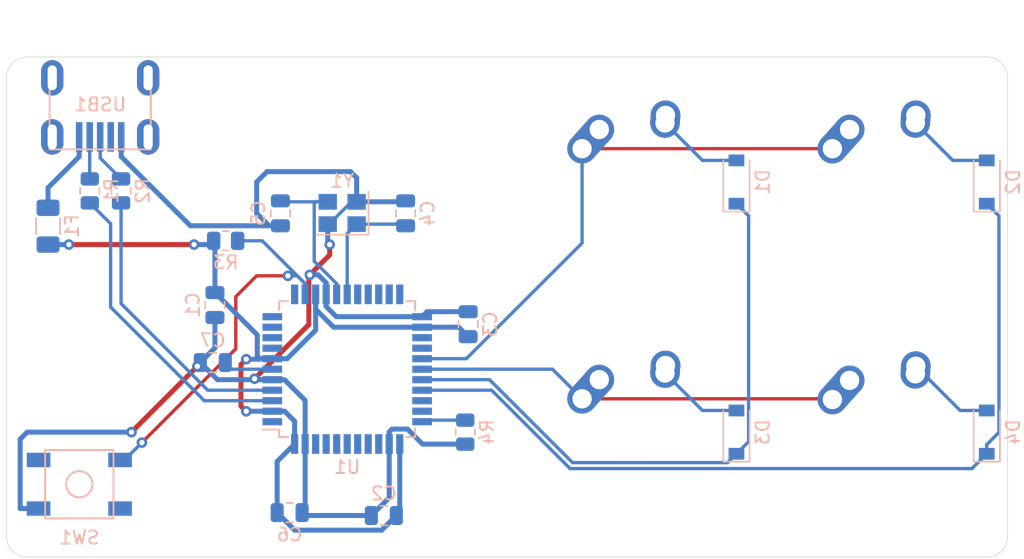
<source format=kicad_pcb>
(kicad_pcb (version 20171130) (host pcbnew "(5.1.9-0-10_14)")

  (general
    (thickness 1.6)
    (drawings 8)
    (tracks 174)
    (zones 0)
    (modules 24)
    (nets 46)
  )

  (page A4)
  (layers
    (0 F.Cu signal)
    (31 B.Cu signal)
    (32 B.Adhes user)
    (33 F.Adhes user)
    (34 B.Paste user)
    (35 F.Paste user)
    (36 B.SilkS user)
    (37 F.SilkS user)
    (38 B.Mask user)
    (39 F.Mask user)
    (40 Dwgs.User user)
    (41 Cmts.User user)
    (42 Eco1.User user)
    (43 Eco2.User user)
    (44 Edge.Cuts user)
    (45 Margin user)
    (46 B.CrtYd user)
    (47 F.CrtYd user)
    (48 B.Fab user)
    (49 F.Fab user)
  )

  (setup
    (last_trace_width 0.254)
    (trace_clearance 0.2)
    (zone_clearance 0.508)
    (zone_45_only no)
    (trace_min 0.2)
    (via_size 0.8)
    (via_drill 0.4)
    (via_min_size 0.4)
    (via_min_drill 0.3)
    (uvia_size 0.3)
    (uvia_drill 0.1)
    (uvias_allowed no)
    (uvia_min_size 0.2)
    (uvia_min_drill 0.1)
    (edge_width 0.05)
    (segment_width 0.2)
    (pcb_text_width 0.3)
    (pcb_text_size 1.5 1.5)
    (mod_edge_width 0.12)
    (mod_text_size 1 1)
    (mod_text_width 0.15)
    (pad_size 1.524 1.524)
    (pad_drill 0.762)
    (pad_to_mask_clearance 0)
    (aux_axis_origin 0 0)
    (visible_elements FFFFFF7F)
    (pcbplotparams
      (layerselection 0x010fc_ffffffff)
      (usegerberextensions false)
      (usegerberattributes true)
      (usegerberadvancedattributes true)
      (creategerberjobfile true)
      (excludeedgelayer true)
      (linewidth 0.100000)
      (plotframeref false)
      (viasonmask false)
      (mode 1)
      (useauxorigin false)
      (hpglpennumber 1)
      (hpglpenspeed 20)
      (hpglpendiameter 15.000000)
      (psnegative false)
      (psa4output false)
      (plotreference true)
      (plotvalue true)
      (plotinvisibletext false)
      (padsonsilk false)
      (subtractmaskfromsilk false)
      (outputformat 1)
      (mirror false)
      (drillshape 1)
      (scaleselection 1)
      (outputdirectory ""))
  )

  (net 0 "")
  (net 1 GND)
  (net 2 +5V)
  (net 3 "Net-(C4-Pad1)")
  (net 4 "Net-(C5-Pad1)")
  (net 5 "Net-(C7-Pad1)")
  (net 6 "Net-(D1-Pad2)")
  (net 7 ROW0)
  (net 8 "Net-(D2-Pad2)")
  (net 9 ROW1)
  (net 10 "Net-(D3-Pad2)")
  (net 11 "Net-(D4-Pad2)")
  (net 12 VCC)
  (net 13 COL0)
  (net 14 COL1)
  (net 15 D-)
  (net 16 "Net-(R1-Pad1)")
  (net 17 D+)
  (net 18 "Net-(R2-Pad1)")
  (net 19 "Net-(R3-Pad2)")
  (net 20 "Net-(R4-Pad2)")
  (net 21 "Net-(U1-Pad42)")
  (net 22 "Net-(U1-Pad41)")
  (net 23 "Net-(U1-Pad40)")
  (net 24 "Net-(U1-Pad39)")
  (net 25 "Net-(U1-Pad38)")
  (net 26 "Net-(U1-Pad37)")
  (net 27 "Net-(U1-Pad36)")
  (net 28 "Net-(U1-Pad32)")
  (net 29 "Net-(U1-Pad31)")
  (net 30 "Net-(U1-Pad26)")
  (net 31 "Net-(U1-Pad25)")
  (net 32 "Net-(U1-Pad22)")
  (net 33 "Net-(U1-Pad21)")
  (net 34 "Net-(U1-Pad20)")
  (net 35 "Net-(U1-Pad19)")
  (net 36 "Net-(U1-Pad18)")
  (net 37 "Net-(U1-Pad12)")
  (net 38 "Net-(U1-Pad11)")
  (net 39 "Net-(U1-Pad10)")
  (net 40 "Net-(U1-Pad9)")
  (net 41 "Net-(U1-Pad8)")
  (net 42 "Net-(U1-Pad1)")
  (net 43 "Net-(USB1-Pad6)")
  (net 44 "Net-(USB1-Pad2)")
  (net 45 "Net-(Y1-Pad2)")

  (net_class Default "This is the default net class."
    (clearance 0.2)
    (trace_width 0.254)
    (via_dia 0.8)
    (via_drill 0.4)
    (uvia_dia 0.3)
    (uvia_drill 0.1)
    (add_net COL0)
    (add_net COL1)
    (add_net D+)
    (add_net D-)
    (add_net "Net-(C4-Pad1)")
    (add_net "Net-(C5-Pad1)")
    (add_net "Net-(C7-Pad1)")
    (add_net "Net-(D1-Pad2)")
    (add_net "Net-(D2-Pad2)")
    (add_net "Net-(D3-Pad2)")
    (add_net "Net-(D4-Pad2)")
    (add_net "Net-(R1-Pad1)")
    (add_net "Net-(R2-Pad1)")
    (add_net "Net-(R3-Pad2)")
    (add_net "Net-(R4-Pad2)")
    (add_net "Net-(U1-Pad1)")
    (add_net "Net-(U1-Pad10)")
    (add_net "Net-(U1-Pad11)")
    (add_net "Net-(U1-Pad12)")
    (add_net "Net-(U1-Pad18)")
    (add_net "Net-(U1-Pad19)")
    (add_net "Net-(U1-Pad20)")
    (add_net "Net-(U1-Pad21)")
    (add_net "Net-(U1-Pad22)")
    (add_net "Net-(U1-Pad25)")
    (add_net "Net-(U1-Pad26)")
    (add_net "Net-(U1-Pad31)")
    (add_net "Net-(U1-Pad32)")
    (add_net "Net-(U1-Pad36)")
    (add_net "Net-(U1-Pad37)")
    (add_net "Net-(U1-Pad38)")
    (add_net "Net-(U1-Pad39)")
    (add_net "Net-(U1-Pad40)")
    (add_net "Net-(U1-Pad41)")
    (add_net "Net-(U1-Pad42)")
    (add_net "Net-(U1-Pad8)")
    (add_net "Net-(U1-Pad9)")
    (add_net "Net-(USB1-Pad2)")
    (add_net "Net-(USB1-Pad6)")
    (add_net "Net-(Y1-Pad2)")
    (add_net ROW0)
    (add_net ROW1)
  )

  (net_class Power ""
    (clearance 0.2)
    (trace_width 0.381)
    (via_dia 0.8)
    (via_drill 0.4)
    (uvia_dia 0.3)
    (uvia_drill 0.1)
    (add_net +5V)
    (add_net GND)
    (add_net VCC)
  )

  (module Crystal:Crystal_SMD_3225-4Pin_3.2x2.5mm (layer B.Cu) (tedit 5A0FD1B2) (tstamp 60349B4C)
    (at 66.83375 91.25675 180)
    (descr "SMD Crystal SERIES SMD3225/4 http://www.txccrystal.com/images/pdf/7m-accuracy.pdf, 3.2x2.5mm^2 package")
    (tags "SMD SMT crystal")
    (path /6036FCBE)
    (attr smd)
    (fp_text reference Y1 (at 0 2.45) (layer B.SilkS)
      (effects (font (size 1 1) (thickness 0.15)) (justify mirror))
    )
    (fp_text value 16MHz (at 0 -2.45) (layer B.Fab)
      (effects (font (size 1 1) (thickness 0.15)) (justify mirror))
    )
    (fp_text user %R (at 0 0) (layer B.Fab)
      (effects (font (size 0.7 0.7) (thickness 0.105)) (justify mirror))
    )
    (fp_line (start -1.6 1.25) (end -1.6 -1.25) (layer B.Fab) (width 0.1))
    (fp_line (start -1.6 -1.25) (end 1.6 -1.25) (layer B.Fab) (width 0.1))
    (fp_line (start 1.6 -1.25) (end 1.6 1.25) (layer B.Fab) (width 0.1))
    (fp_line (start 1.6 1.25) (end -1.6 1.25) (layer B.Fab) (width 0.1))
    (fp_line (start -1.6 -0.25) (end -0.6 -1.25) (layer B.Fab) (width 0.1))
    (fp_line (start -2 1.65) (end -2 -1.65) (layer B.SilkS) (width 0.12))
    (fp_line (start -2 -1.65) (end 2 -1.65) (layer B.SilkS) (width 0.12))
    (fp_line (start -2.1 1.7) (end -2.1 -1.7) (layer B.CrtYd) (width 0.05))
    (fp_line (start -2.1 -1.7) (end 2.1 -1.7) (layer B.CrtYd) (width 0.05))
    (fp_line (start 2.1 -1.7) (end 2.1 1.7) (layer B.CrtYd) (width 0.05))
    (fp_line (start 2.1 1.7) (end -2.1 1.7) (layer B.CrtYd) (width 0.05))
    (pad 4 smd rect (at -1.1 0.85 180) (size 1.4 1.2) (layers B.Cu B.Paste B.Mask)
      (net 45 "Net-(Y1-Pad2)"))
    (pad 3 smd rect (at 1.1 0.85 180) (size 1.4 1.2) (layers B.Cu B.Paste B.Mask)
      (net 4 "Net-(C5-Pad1)"))
    (pad 2 smd rect (at 1.1 -0.85 180) (size 1.4 1.2) (layers B.Cu B.Paste B.Mask)
      (net 45 "Net-(Y1-Pad2)"))
    (pad 1 smd rect (at -1.1 -0.85 180) (size 1.4 1.2) (layers B.Cu B.Paste B.Mask)
      (net 3 "Net-(C4-Pad1)"))
    (model ${KISYS3DMOD}/Crystal.3dshapes/Crystal_SMD_3225-4Pin_3.2x2.5mm.wrl
      (at (xyz 0 0 0))
      (scale (xyz 1 1 1))
      (rotate (xyz 0 0 0))
    )
  )

  (module random-keyboard-parts:Molex-0548190589 (layer B.Cu) (tedit 5C494815) (tstamp 60349FC9)
    (at 48.41875 80.9625 270)
    (path /6038615F)
    (attr smd)
    (fp_text reference USB1 (at 2.032 0) (layer B.SilkS)
      (effects (font (size 1 1) (thickness 0.15)) (justify mirror))
    )
    (fp_text value Molex-0548190589 (at -5.08 0) (layer Dwgs.User)
      (effects (font (size 1 1) (thickness 0.15)))
    )
    (fp_text user %R (at 2 0) (layer B.CrtYd)
      (effects (font (size 1 1) (thickness 0.15)) (justify mirror))
    )
    (fp_line (start -3.75 3.85) (end -3.75 -3.85) (layer Dwgs.User) (width 0.15))
    (fp_line (start -1.75 4.572) (end -1.75 -4.572) (layer Dwgs.User) (width 0.15))
    (fp_line (start -3.75 -3.85) (end 0 -3.85) (layer Dwgs.User) (width 0.15))
    (fp_line (start -3.75 3.85) (end 0 3.85) (layer Dwgs.User) (width 0.15))
    (fp_line (start 5.45 3.85) (end 5.45 -3.85) (layer B.SilkS) (width 0.15))
    (fp_line (start 0 -3.85) (end 5.45 -3.85) (layer B.SilkS) (width 0.15))
    (fp_line (start 0 3.85) (end 5.45 3.85) (layer B.SilkS) (width 0.15))
    (fp_line (start -3.75 3.75) (end 5.5 3.75) (layer B.CrtYd) (width 0.15))
    (fp_line (start 5.5 3.75) (end 5.5 -3.75) (layer B.CrtYd) (width 0.15))
    (fp_line (start 5.5 -3.75) (end -3.75 -3.75) (layer B.CrtYd) (width 0.15))
    (fp_line (start -3.75 -3.75) (end -3.75 3.75) (layer B.CrtYd) (width 0.15))
    (fp_line (start 5.5 2) (end 3.25 2) (layer B.CrtYd) (width 0.15))
    (fp_line (start 3.25 2) (end 3.25 -2) (layer B.CrtYd) (width 0.15))
    (fp_line (start 3.25 -2) (end 5.5 -2) (layer B.CrtYd) (width 0.15))
    (fp_line (start 5.5 -1.25) (end 3.25 -1.25) (layer B.CrtYd) (width 0.15))
    (fp_line (start 3.25 -0.5) (end 5.5 -0.5) (layer B.CrtYd) (width 0.15))
    (fp_line (start 5.5 0.5) (end 3.25 0.5) (layer B.CrtYd) (width 0.15))
    (fp_line (start 3.25 1.25) (end 5.5 1.25) (layer B.CrtYd) (width 0.15))
    (pad 6 thru_hole oval (at 0 3.65 270) (size 2.7 1.7) (drill oval 1.9 0.7) (layers *.Cu *.Mask)
      (net 43 "Net-(USB1-Pad6)"))
    (pad 6 thru_hole oval (at 0 -3.65 270) (size 2.7 1.7) (drill oval 1.9 0.7) (layers *.Cu *.Mask)
      (net 43 "Net-(USB1-Pad6)"))
    (pad 6 thru_hole oval (at 4.5 -3.65 270) (size 2.7 1.7) (drill oval 1.9 0.7) (layers *.Cu *.Mask)
      (net 43 "Net-(USB1-Pad6)"))
    (pad 6 thru_hole oval (at 4.5 3.65 270) (size 2.7 1.7) (drill oval 1.9 0.7) (layers *.Cu *.Mask)
      (net 43 "Net-(USB1-Pad6)"))
    (pad 5 smd rect (at 4.5 1.6 270) (size 2.25 0.5) (layers B.Cu B.Paste B.Mask)
      (net 12 VCC))
    (pad 4 smd rect (at 4.5 0.8 270) (size 2.25 0.5) (layers B.Cu B.Paste B.Mask)
      (net 15 D-))
    (pad 3 smd rect (at 4.5 0 270) (size 2.25 0.5) (layers B.Cu B.Paste B.Mask)
      (net 17 D+))
    (pad 2 smd rect (at 4.5 -0.8 270) (size 2.25 0.5) (layers B.Cu B.Paste B.Mask)
      (net 44 "Net-(USB1-Pad2)"))
    (pad 1 smd rect (at 4.5 -1.6 270) (size 2.25 0.5) (layers B.Cu B.Paste B.Mask)
      (net 1 GND))
  )

  (module Package_QFP:TQFP-44_10x10mm_P0.8mm (layer B.Cu) (tedit 5A02F146) (tstamp 6034A552)
    (at 67.21475 103.15575)
    (descr "44-Lead Plastic Thin Quad Flatpack (PT) - 10x10x1.0 mm Body [TQFP] (see Microchip Packaging Specification 00000049BS.pdf)")
    (tags "QFP 0.8")
    (path /603422EB)
    (attr smd)
    (fp_text reference U1 (at 0 7.45) (layer B.SilkS)
      (effects (font (size 1 1) (thickness 0.15)) (justify mirror))
    )
    (fp_text value ATmega32U4-AU (at 0 -7.45) (layer B.Fab)
      (effects (font (size 1 1) (thickness 0.15)) (justify mirror))
    )
    (fp_text user %R (at 0 0) (layer B.Fab)
      (effects (font (size 1 1) (thickness 0.15)) (justify mirror))
    )
    (fp_line (start -4 5) (end 5 5) (layer B.Fab) (width 0.15))
    (fp_line (start 5 5) (end 5 -5) (layer B.Fab) (width 0.15))
    (fp_line (start 5 -5) (end -5 -5) (layer B.Fab) (width 0.15))
    (fp_line (start -5 -5) (end -5 4) (layer B.Fab) (width 0.15))
    (fp_line (start -5 4) (end -4 5) (layer B.Fab) (width 0.15))
    (fp_line (start -6.7 6.7) (end -6.7 -6.7) (layer B.CrtYd) (width 0.05))
    (fp_line (start 6.7 6.7) (end 6.7 -6.7) (layer B.CrtYd) (width 0.05))
    (fp_line (start -6.7 6.7) (end 6.7 6.7) (layer B.CrtYd) (width 0.05))
    (fp_line (start -6.7 -6.7) (end 6.7 -6.7) (layer B.CrtYd) (width 0.05))
    (fp_line (start -5.175 5.175) (end -5.175 4.6) (layer B.SilkS) (width 0.15))
    (fp_line (start 5.175 5.175) (end 5.175 4.5) (layer B.SilkS) (width 0.15))
    (fp_line (start 5.175 -5.175) (end 5.175 -4.5) (layer B.SilkS) (width 0.15))
    (fp_line (start -5.175 -5.175) (end -5.175 -4.5) (layer B.SilkS) (width 0.15))
    (fp_line (start -5.175 5.175) (end -4.5 5.175) (layer B.SilkS) (width 0.15))
    (fp_line (start -5.175 -5.175) (end -4.5 -5.175) (layer B.SilkS) (width 0.15))
    (fp_line (start 5.175 -5.175) (end 4.5 -5.175) (layer B.SilkS) (width 0.15))
    (fp_line (start 5.175 5.175) (end 4.5 5.175) (layer B.SilkS) (width 0.15))
    (fp_line (start -5.175 4.6) (end -6.45 4.6) (layer B.SilkS) (width 0.15))
    (pad 44 smd rect (at -4 5.7 270) (size 1.5 0.55) (layers B.Cu B.Paste B.Mask)
      (net 2 +5V))
    (pad 43 smd rect (at -3.2 5.7 270) (size 1.5 0.55) (layers B.Cu B.Paste B.Mask)
      (net 1 GND))
    (pad 42 smd rect (at -2.4 5.7 270) (size 1.5 0.55) (layers B.Cu B.Paste B.Mask)
      (net 21 "Net-(U1-Pad42)"))
    (pad 41 smd rect (at -1.6 5.7 270) (size 1.5 0.55) (layers B.Cu B.Paste B.Mask)
      (net 22 "Net-(U1-Pad41)"))
    (pad 40 smd rect (at -0.8 5.7 270) (size 1.5 0.55) (layers B.Cu B.Paste B.Mask)
      (net 23 "Net-(U1-Pad40)"))
    (pad 39 smd rect (at 0 5.7 270) (size 1.5 0.55) (layers B.Cu B.Paste B.Mask)
      (net 24 "Net-(U1-Pad39)"))
    (pad 38 smd rect (at 0.8 5.7 270) (size 1.5 0.55) (layers B.Cu B.Paste B.Mask)
      (net 25 "Net-(U1-Pad38)"))
    (pad 37 smd rect (at 1.6 5.7 270) (size 1.5 0.55) (layers B.Cu B.Paste B.Mask)
      (net 26 "Net-(U1-Pad37)"))
    (pad 36 smd rect (at 2.4 5.7 270) (size 1.5 0.55) (layers B.Cu B.Paste B.Mask)
      (net 27 "Net-(U1-Pad36)"))
    (pad 35 smd rect (at 3.2 5.7 270) (size 1.5 0.55) (layers B.Cu B.Paste B.Mask)
      (net 1 GND))
    (pad 34 smd rect (at 4 5.7 270) (size 1.5 0.55) (layers B.Cu B.Paste B.Mask)
      (net 2 +5V))
    (pad 33 smd rect (at 5.7 4) (size 1.5 0.55) (layers B.Cu B.Paste B.Mask)
      (net 20 "Net-(R4-Pad2)"))
    (pad 32 smd rect (at 5.7 3.2) (size 1.5 0.55) (layers B.Cu B.Paste B.Mask)
      (net 28 "Net-(U1-Pad32)"))
    (pad 31 smd rect (at 5.7 2.4) (size 1.5 0.55) (layers B.Cu B.Paste B.Mask)
      (net 29 "Net-(U1-Pad31)"))
    (pad 30 smd rect (at 5.7 1.6) (size 1.5 0.55) (layers B.Cu B.Paste B.Mask)
      (net 9 ROW1))
    (pad 29 smd rect (at 5.7 0.8) (size 1.5 0.55) (layers B.Cu B.Paste B.Mask)
      (net 7 ROW0))
    (pad 28 smd rect (at 5.7 0) (size 1.5 0.55) (layers B.Cu B.Paste B.Mask)
      (net 14 COL1))
    (pad 27 smd rect (at 5.7 -0.8) (size 1.5 0.55) (layers B.Cu B.Paste B.Mask)
      (net 13 COL0))
    (pad 26 smd rect (at 5.7 -1.6) (size 1.5 0.55) (layers B.Cu B.Paste B.Mask)
      (net 30 "Net-(U1-Pad26)"))
    (pad 25 smd rect (at 5.7 -2.4) (size 1.5 0.55) (layers B.Cu B.Paste B.Mask)
      (net 31 "Net-(U1-Pad25)"))
    (pad 24 smd rect (at 5.7 -3.2) (size 1.5 0.55) (layers B.Cu B.Paste B.Mask)
      (net 2 +5V))
    (pad 23 smd rect (at 5.7 -4) (size 1.5 0.55) (layers B.Cu B.Paste B.Mask)
      (net 1 GND))
    (pad 22 smd rect (at 4 -5.7 270) (size 1.5 0.55) (layers B.Cu B.Paste B.Mask)
      (net 32 "Net-(U1-Pad22)"))
    (pad 21 smd rect (at 3.2 -5.7 270) (size 1.5 0.55) (layers B.Cu B.Paste B.Mask)
      (net 33 "Net-(U1-Pad21)"))
    (pad 20 smd rect (at 2.4 -5.7 270) (size 1.5 0.55) (layers B.Cu B.Paste B.Mask)
      (net 34 "Net-(U1-Pad20)"))
    (pad 19 smd rect (at 1.6 -5.7 270) (size 1.5 0.55) (layers B.Cu B.Paste B.Mask)
      (net 35 "Net-(U1-Pad19)"))
    (pad 18 smd rect (at 0.8 -5.7 270) (size 1.5 0.55) (layers B.Cu B.Paste B.Mask)
      (net 36 "Net-(U1-Pad18)"))
    (pad 17 smd rect (at 0 -5.7 270) (size 1.5 0.55) (layers B.Cu B.Paste B.Mask)
      (net 3 "Net-(C4-Pad1)"))
    (pad 16 smd rect (at -0.8 -5.7 270) (size 1.5 0.55) (layers B.Cu B.Paste B.Mask)
      (net 4 "Net-(C5-Pad1)"))
    (pad 15 smd rect (at -1.6 -5.7 270) (size 1.5 0.55) (layers B.Cu B.Paste B.Mask)
      (net 1 GND))
    (pad 14 smd rect (at -2.4 -5.7 270) (size 1.5 0.55) (layers B.Cu B.Paste B.Mask)
      (net 2 +5V))
    (pad 13 smd rect (at -3.2 -5.7 270) (size 1.5 0.55) (layers B.Cu B.Paste B.Mask)
      (net 19 "Net-(R3-Pad2)"))
    (pad 12 smd rect (at -4 -5.7 270) (size 1.5 0.55) (layers B.Cu B.Paste B.Mask)
      (net 37 "Net-(U1-Pad12)"))
    (pad 11 smd rect (at -5.7 -4) (size 1.5 0.55) (layers B.Cu B.Paste B.Mask)
      (net 38 "Net-(U1-Pad11)"))
    (pad 10 smd rect (at -5.7 -3.2) (size 1.5 0.55) (layers B.Cu B.Paste B.Mask)
      (net 39 "Net-(U1-Pad10)"))
    (pad 9 smd rect (at -5.7 -2.4) (size 1.5 0.55) (layers B.Cu B.Paste B.Mask)
      (net 40 "Net-(U1-Pad9)"))
    (pad 8 smd rect (at -5.7 -1.6) (size 1.5 0.55) (layers B.Cu B.Paste B.Mask)
      (net 41 "Net-(U1-Pad8)"))
    (pad 7 smd rect (at -5.7 -0.8) (size 1.5 0.55) (layers B.Cu B.Paste B.Mask)
      (net 2 +5V))
    (pad 6 smd rect (at -5.7 0) (size 1.5 0.55) (layers B.Cu B.Paste B.Mask)
      (net 5 "Net-(C7-Pad1)"))
    (pad 5 smd rect (at -5.7 0.8) (size 1.5 0.55) (layers B.Cu B.Paste B.Mask)
      (net 1 GND))
    (pad 4 smd rect (at -5.7 1.6) (size 1.5 0.55) (layers B.Cu B.Paste B.Mask)
      (net 18 "Net-(R2-Pad1)"))
    (pad 3 smd rect (at -5.7 2.4) (size 1.5 0.55) (layers B.Cu B.Paste B.Mask)
      (net 16 "Net-(R1-Pad1)"))
    (pad 2 smd rect (at -5.7 3.2) (size 1.5 0.55) (layers B.Cu B.Paste B.Mask)
      (net 2 +5V))
    (pad 1 smd rect (at -5.7 4) (size 1.5 0.55) (layers B.Cu B.Paste B.Mask)
      (net 42 "Net-(U1-Pad1)"))
    (model ${KISYS3DMOD}/Package_QFP.3dshapes/TQFP-44_10x10mm_P0.8mm.wrl
      (at (xyz 0 0 0))
      (scale (xyz 1 1 1))
      (rotate (xyz 0 0 0))
    )
  )

  (module random-keyboard-parts:SKQG-1155865 (layer B.Cu) (tedit 5E62B398) (tstamp 6034A0EA)
    (at 46.83125 111.91875 180)
    (path /603785B4)
    (attr smd)
    (fp_text reference SW1 (at 0 -4.064) (layer B.SilkS)
      (effects (font (size 1 1) (thickness 0.15)) (justify mirror))
    )
    (fp_text value SW_Push (at 0 4.064) (layer B.Fab)
      (effects (font (size 1 1) (thickness 0.15)) (justify mirror))
    )
    (fp_line (start -2.6 -1.1) (end -1.1 -2.6) (layer B.Fab) (width 0.15))
    (fp_line (start 2.6 -1.1) (end 1.1 -2.6) (layer B.Fab) (width 0.15))
    (fp_line (start 2.6 1.1) (end 1.1 2.6) (layer B.Fab) (width 0.15))
    (fp_line (start -2.6 1.1) (end -1.1 2.6) (layer B.Fab) (width 0.15))
    (fp_circle (center 0 0) (end 1 0) (layer B.Fab) (width 0.15))
    (fp_line (start -4.2 1.1) (end -4.2 2.6) (layer B.Fab) (width 0.15))
    (fp_line (start -2.6 1.1) (end -4.2 1.1) (layer B.Fab) (width 0.15))
    (fp_line (start -2.6 -1.1) (end -2.6 1.1) (layer B.Fab) (width 0.15))
    (fp_line (start -4.2 -1.1) (end -2.6 -1.1) (layer B.Fab) (width 0.15))
    (fp_line (start -4.2 -2.6) (end -4.2 -1.1) (layer B.Fab) (width 0.15))
    (fp_line (start 4.2 -2.6) (end -4.2 -2.6) (layer B.Fab) (width 0.15))
    (fp_line (start 4.2 -1.1) (end 4.2 -2.6) (layer B.Fab) (width 0.15))
    (fp_line (start 2.6 -1.1) (end 4.2 -1.1) (layer B.Fab) (width 0.15))
    (fp_line (start 2.6 1.1) (end 2.6 -1.1) (layer B.Fab) (width 0.15))
    (fp_line (start 4.2 1.1) (end 2.6 1.1) (layer B.Fab) (width 0.15))
    (fp_line (start 4.2 2.6) (end 4.2 1.2) (layer B.Fab) (width 0.15))
    (fp_line (start -4.2 2.6) (end 4.2 2.6) (layer B.Fab) (width 0.15))
    (fp_circle (center 0 0) (end 1 0) (layer B.SilkS) (width 0.15))
    (fp_line (start -2.6 -2.6) (end -2.6 2.6) (layer B.SilkS) (width 0.15))
    (fp_line (start 2.6 -2.6) (end -2.6 -2.6) (layer B.SilkS) (width 0.15))
    (fp_line (start 2.6 2.6) (end 2.6 -2.6) (layer B.SilkS) (width 0.15))
    (fp_line (start -2.6 2.6) (end 2.6 2.6) (layer B.SilkS) (width 0.15))
    (pad 4 smd rect (at -3.1 -1.85 180) (size 1.8 1.1) (layers B.Cu B.Paste B.Mask))
    (pad 3 smd rect (at 3.1 1.85 180) (size 1.8 1.1) (layers B.Cu B.Paste B.Mask))
    (pad 2 smd rect (at -3.1 1.85 180) (size 1.8 1.1) (layers B.Cu B.Paste B.Mask)
      (net 19 "Net-(R3-Pad2)"))
    (pad 1 smd rect (at 3.1 -1.85 180) (size 1.8 1.1) (layers B.Cu B.Paste B.Mask)
      (net 1 GND))
    (model ${KISYS3DMOD}/Button_Switch_SMD.3dshapes/SW_SPST_TL3342.step
      (at (xyz 0 0 0))
      (scale (xyz 1 1 1))
      (rotate (xyz 0 0 0))
    )
  )

  (module Resistor_SMD:R_0805_2012Metric (layer B.Cu) (tedit 5F68FEEE) (tstamp 6034A134)
    (at 76.2 107.95 90)
    (descr "Resistor SMD 0805 (2012 Metric), square (rectangular) end terminal, IPC_7351 nominal, (Body size source: IPC-SM-782 page 72, https://www.pcb-3d.com/wordpress/wp-content/uploads/ipc-sm-782a_amendment_1_and_2.pdf), generated with kicad-footprint-generator")
    (tags resistor)
    (path /60354F38)
    (attr smd)
    (fp_text reference R4 (at 0 1.65 90) (layer B.SilkS)
      (effects (font (size 1 1) (thickness 0.15)) (justify mirror))
    )
    (fp_text value 10k (at 0 -1.65 90) (layer B.Fab)
      (effects (font (size 1 1) (thickness 0.15)) (justify mirror))
    )
    (fp_text user %R (at 0 0 90) (layer B.Fab)
      (effects (font (size 0.5 0.5) (thickness 0.08)) (justify mirror))
    )
    (fp_line (start -1 -0.625) (end -1 0.625) (layer B.Fab) (width 0.1))
    (fp_line (start -1 0.625) (end 1 0.625) (layer B.Fab) (width 0.1))
    (fp_line (start 1 0.625) (end 1 -0.625) (layer B.Fab) (width 0.1))
    (fp_line (start 1 -0.625) (end -1 -0.625) (layer B.Fab) (width 0.1))
    (fp_line (start -0.227064 0.735) (end 0.227064 0.735) (layer B.SilkS) (width 0.12))
    (fp_line (start -0.227064 -0.735) (end 0.227064 -0.735) (layer B.SilkS) (width 0.12))
    (fp_line (start -1.68 -0.95) (end -1.68 0.95) (layer B.CrtYd) (width 0.05))
    (fp_line (start -1.68 0.95) (end 1.68 0.95) (layer B.CrtYd) (width 0.05))
    (fp_line (start 1.68 0.95) (end 1.68 -0.95) (layer B.CrtYd) (width 0.05))
    (fp_line (start 1.68 -0.95) (end -1.68 -0.95) (layer B.CrtYd) (width 0.05))
    (pad 2 smd roundrect (at 0.9125 0 90) (size 1.025 1.4) (layers B.Cu B.Paste B.Mask) (roundrect_rratio 0.243902)
      (net 20 "Net-(R4-Pad2)"))
    (pad 1 smd roundrect (at -0.9125 0 90) (size 1.025 1.4) (layers B.Cu B.Paste B.Mask) (roundrect_rratio 0.243902)
      (net 1 GND))
    (model ${KISYS3DMOD}/Resistor_SMD.3dshapes/R_0805_2012Metric.wrl
      (at (xyz 0 0 0))
      (scale (xyz 1 1 1))
      (rotate (xyz 0 0 0))
    )
  )

  (module Resistor_SMD:R_0805_2012Metric (layer B.Cu) (tedit 5F68FEEE) (tstamp 60349C72)
    (at 57.96725 93.37675)
    (descr "Resistor SMD 0805 (2012 Metric), square (rectangular) end terminal, IPC_7351 nominal, (Body size source: IPC-SM-782 page 72, https://www.pcb-3d.com/wordpress/wp-content/uploads/ipc-sm-782a_amendment_1_and_2.pdf), generated with kicad-footprint-generator")
    (tags resistor)
    (path /6037CB53)
    (attr smd)
    (fp_text reference R3 (at 0 1.65 180) (layer B.SilkS)
      (effects (font (size 1 1) (thickness 0.15)) (justify mirror))
    )
    (fp_text value 10k (at 0 -1.65 180) (layer B.Fab)
      (effects (font (size 1 1) (thickness 0.15)) (justify mirror))
    )
    (fp_text user %R (at 0 0 180) (layer B.Fab)
      (effects (font (size 0.5 0.5) (thickness 0.08)) (justify mirror))
    )
    (fp_line (start -1 -0.625) (end -1 0.625) (layer B.Fab) (width 0.1))
    (fp_line (start -1 0.625) (end 1 0.625) (layer B.Fab) (width 0.1))
    (fp_line (start 1 0.625) (end 1 -0.625) (layer B.Fab) (width 0.1))
    (fp_line (start 1 -0.625) (end -1 -0.625) (layer B.Fab) (width 0.1))
    (fp_line (start -0.227064 0.735) (end 0.227064 0.735) (layer B.SilkS) (width 0.12))
    (fp_line (start -0.227064 -0.735) (end 0.227064 -0.735) (layer B.SilkS) (width 0.12))
    (fp_line (start -1.68 -0.95) (end -1.68 0.95) (layer B.CrtYd) (width 0.05))
    (fp_line (start -1.68 0.95) (end 1.68 0.95) (layer B.CrtYd) (width 0.05))
    (fp_line (start 1.68 0.95) (end 1.68 -0.95) (layer B.CrtYd) (width 0.05))
    (fp_line (start 1.68 -0.95) (end -1.68 -0.95) (layer B.CrtYd) (width 0.05))
    (pad 2 smd roundrect (at 0.9125 0) (size 1.025 1.4) (layers B.Cu B.Paste B.Mask) (roundrect_rratio 0.243902)
      (net 19 "Net-(R3-Pad2)"))
    (pad 1 smd roundrect (at -0.9125 0) (size 1.025 1.4) (layers B.Cu B.Paste B.Mask) (roundrect_rratio 0.243902)
      (net 2 +5V))
    (model ${KISYS3DMOD}/Resistor_SMD.3dshapes/R_0805_2012Metric.wrl
      (at (xyz 0 0 0))
      (scale (xyz 1 1 1))
      (rotate (xyz 0 0 0))
    )
  )

  (module Resistor_SMD:R_0805_2012Metric (layer B.Cu) (tedit 5F68FEEE) (tstamp 60349BCA)
    (at 50.00625 89.575 90)
    (descr "Resistor SMD 0805 (2012 Metric), square (rectangular) end terminal, IPC_7351 nominal, (Body size source: IPC-SM-782 page 72, https://www.pcb-3d.com/wordpress/wp-content/uploads/ipc-sm-782a_amendment_1_and_2.pdf), generated with kicad-footprint-generator")
    (tags resistor)
    (path /6036534E)
    (attr smd)
    (fp_text reference R2 (at 0 1.65 90) (layer B.SilkS)
      (effects (font (size 1 1) (thickness 0.15)) (justify mirror))
    )
    (fp_text value 22 (at 0 -1.65 90) (layer B.Fab)
      (effects (font (size 1 1) (thickness 0.15)) (justify mirror))
    )
    (fp_line (start 1.68 -0.95) (end -1.68 -0.95) (layer B.CrtYd) (width 0.05))
    (fp_line (start 1.68 0.95) (end 1.68 -0.95) (layer B.CrtYd) (width 0.05))
    (fp_line (start -1.68 0.95) (end 1.68 0.95) (layer B.CrtYd) (width 0.05))
    (fp_line (start -1.68 -0.95) (end -1.68 0.95) (layer B.CrtYd) (width 0.05))
    (fp_line (start -0.227064 -0.735) (end 0.227064 -0.735) (layer B.SilkS) (width 0.12))
    (fp_line (start -0.227064 0.735) (end 0.227064 0.735) (layer B.SilkS) (width 0.12))
    (fp_line (start 1 -0.625) (end -1 -0.625) (layer B.Fab) (width 0.1))
    (fp_line (start 1 0.625) (end 1 -0.625) (layer B.Fab) (width 0.1))
    (fp_line (start -1 0.625) (end 1 0.625) (layer B.Fab) (width 0.1))
    (fp_line (start -1 -0.625) (end -1 0.625) (layer B.Fab) (width 0.1))
    (fp_text user %R (at 0 0 90) (layer B.Fab)
      (effects (font (size 0.5 0.5) (thickness 0.08)) (justify mirror))
    )
    (pad 1 smd roundrect (at -0.9125 0 90) (size 1.025 1.4) (layers B.Cu B.Paste B.Mask) (roundrect_rratio 0.243902)
      (net 18 "Net-(R2-Pad1)"))
    (pad 2 smd roundrect (at 0.9125 0 90) (size 1.025 1.4) (layers B.Cu B.Paste B.Mask) (roundrect_rratio 0.243902)
      (net 17 D+))
    (model ${KISYS3DMOD}/Resistor_SMD.3dshapes/R_0805_2012Metric.wrl
      (at (xyz 0 0 0))
      (scale (xyz 1 1 1))
      (rotate (xyz 0 0 0))
    )
  )

  (module Resistor_SMD:R_0805_2012Metric (layer B.Cu) (tedit 5F68FEEE) (tstamp 60349BFA)
    (at 47.625 89.575 90)
    (descr "Resistor SMD 0805 (2012 Metric), square (rectangular) end terminal, IPC_7351 nominal, (Body size source: IPC-SM-782 page 72, https://www.pcb-3d.com/wordpress/wp-content/uploads/ipc-sm-782a_amendment_1_and_2.pdf), generated with kicad-footprint-generator")
    (tags resistor)
    (path /60365BE5)
    (attr smd)
    (fp_text reference R1 (at 0 1.65 270) (layer B.SilkS)
      (effects (font (size 1 1) (thickness 0.15)) (justify mirror))
    )
    (fp_text value 22 (at 0 -1.65 270) (layer B.Fab)
      (effects (font (size 1 1) (thickness 0.15)) (justify mirror))
    )
    (fp_text user %R (at 0 0 270) (layer B.Fab)
      (effects (font (size 0.5 0.5) (thickness 0.08)) (justify mirror))
    )
    (fp_line (start -1 -0.625) (end -1 0.625) (layer B.Fab) (width 0.1))
    (fp_line (start -1 0.625) (end 1 0.625) (layer B.Fab) (width 0.1))
    (fp_line (start 1 0.625) (end 1 -0.625) (layer B.Fab) (width 0.1))
    (fp_line (start 1 -0.625) (end -1 -0.625) (layer B.Fab) (width 0.1))
    (fp_line (start -0.227064 0.735) (end 0.227064 0.735) (layer B.SilkS) (width 0.12))
    (fp_line (start -0.227064 -0.735) (end 0.227064 -0.735) (layer B.SilkS) (width 0.12))
    (fp_line (start -1.68 -0.95) (end -1.68 0.95) (layer B.CrtYd) (width 0.05))
    (fp_line (start -1.68 0.95) (end 1.68 0.95) (layer B.CrtYd) (width 0.05))
    (fp_line (start 1.68 0.95) (end 1.68 -0.95) (layer B.CrtYd) (width 0.05))
    (fp_line (start 1.68 -0.95) (end -1.68 -0.95) (layer B.CrtYd) (width 0.05))
    (pad 2 smd roundrect (at 0.9125 0 90) (size 1.025 1.4) (layers B.Cu B.Paste B.Mask) (roundrect_rratio 0.243902)
      (net 15 D-))
    (pad 1 smd roundrect (at -0.9125 0 90) (size 1.025 1.4) (layers B.Cu B.Paste B.Mask) (roundrect_rratio 0.243902)
      (net 16 "Net-(R1-Pad1)"))
    (model ${KISYS3DMOD}/Resistor_SMD.3dshapes/R_0805_2012Metric.wrl
      (at (xyz 0 0 0))
      (scale (xyz 1 1 1))
      (rotate (xyz 0 0 0))
    )
  )

  (module MX_Alps_Hybrid:MX-1U-NoLED (layer F.Cu) (tedit 5A9F5203) (tstamp 60349DA4)
    (at 107.95 108.0075)
    (path /603A4940)
    (fp_text reference MX4 (at 0 3.175) (layer Dwgs.User)
      (effects (font (size 1 1) (thickness 0.15)))
    )
    (fp_text value MX-NoLED (at 0 -7.9375) (layer Dwgs.User)
      (effects (font (size 1 1) (thickness 0.15)))
    )
    (fp_line (start 5 -7) (end 7 -7) (layer Dwgs.User) (width 0.15))
    (fp_line (start 7 -7) (end 7 -5) (layer Dwgs.User) (width 0.15))
    (fp_line (start 5 7) (end 7 7) (layer Dwgs.User) (width 0.15))
    (fp_line (start 7 7) (end 7 5) (layer Dwgs.User) (width 0.15))
    (fp_line (start -7 5) (end -7 7) (layer Dwgs.User) (width 0.15))
    (fp_line (start -7 7) (end -5 7) (layer Dwgs.User) (width 0.15))
    (fp_line (start -5 -7) (end -7 -7) (layer Dwgs.User) (width 0.15))
    (fp_line (start -7 -7) (end -7 -5) (layer Dwgs.User) (width 0.15))
    (fp_line (start -9.525 -9.525) (end 9.525 -9.525) (layer Dwgs.User) (width 0.15))
    (fp_line (start 9.525 -9.525) (end 9.525 9.525) (layer Dwgs.User) (width 0.15))
    (fp_line (start 9.525 9.525) (end -9.525 9.525) (layer Dwgs.User) (width 0.15))
    (fp_line (start -9.525 9.525) (end -9.525 -9.525) (layer Dwgs.User) (width 0.15))
    (pad "" np_thru_hole circle (at 5.08 0 48.0996) (size 1.75 1.75) (drill 1.75) (layers *.Cu *.Mask))
    (pad "" np_thru_hole circle (at -5.08 0 48.0996) (size 1.75 1.75) (drill 1.75) (layers *.Cu *.Mask))
    (pad 1 thru_hole circle (at -2.5 -4) (size 2.25 2.25) (drill 1.47) (layers *.Cu B.Mask)
      (net 14 COL1))
    (pad "" np_thru_hole circle (at 0 0) (size 3.9878 3.9878) (drill 3.9878) (layers *.Cu *.Mask))
    (pad 1 thru_hole oval (at -3.81 -2.54 48.0996) (size 4.211556 2.25) (drill 1.47 (offset 0.980778 0)) (layers *.Cu B.Mask)
      (net 14 COL1))
    (pad 2 thru_hole circle (at 2.54 -5.08) (size 2.25 2.25) (drill 1.47) (layers *.Cu B.Mask)
      (net 11 "Net-(D4-Pad2)"))
    (pad 2 thru_hole oval (at 2.5 -4.5 86.0548) (size 2.831378 2.25) (drill 1.47 (offset 0.290689 0)) (layers *.Cu B.Mask)
      (net 11 "Net-(D4-Pad2)"))
  )

  (module MX_Alps_Hybrid:MX-1U-NoLED (layer F.Cu) (tedit 5A9F5203) (tstamp 60349DE6)
    (at 88.9 107.95)
    (path /603A0BDE)
    (fp_text reference MX3 (at 0 3.175) (layer Dwgs.User)
      (effects (font (size 1 1) (thickness 0.15)))
    )
    (fp_text value MX-NoLED (at 0 -7.9375) (layer Dwgs.User)
      (effects (font (size 1 1) (thickness 0.15)))
    )
    (fp_line (start 5 -7) (end 7 -7) (layer Dwgs.User) (width 0.15))
    (fp_line (start 7 -7) (end 7 -5) (layer Dwgs.User) (width 0.15))
    (fp_line (start 5 7) (end 7 7) (layer Dwgs.User) (width 0.15))
    (fp_line (start 7 7) (end 7 5) (layer Dwgs.User) (width 0.15))
    (fp_line (start -7 5) (end -7 7) (layer Dwgs.User) (width 0.15))
    (fp_line (start -7 7) (end -5 7) (layer Dwgs.User) (width 0.15))
    (fp_line (start -5 -7) (end -7 -7) (layer Dwgs.User) (width 0.15))
    (fp_line (start -7 -7) (end -7 -5) (layer Dwgs.User) (width 0.15))
    (fp_line (start -9.525 -9.525) (end 9.525 -9.525) (layer Dwgs.User) (width 0.15))
    (fp_line (start 9.525 -9.525) (end 9.525 9.525) (layer Dwgs.User) (width 0.15))
    (fp_line (start 9.525 9.525) (end -9.525 9.525) (layer Dwgs.User) (width 0.15))
    (fp_line (start -9.525 9.525) (end -9.525 -9.525) (layer Dwgs.User) (width 0.15))
    (pad "" np_thru_hole circle (at 5.08 0 48.0996) (size 1.75 1.75) (drill 1.75) (layers *.Cu *.Mask))
    (pad "" np_thru_hole circle (at -5.08 0 48.0996) (size 1.75 1.75) (drill 1.75) (layers *.Cu *.Mask))
    (pad 1 thru_hole circle (at -2.5 -4) (size 2.25 2.25) (drill 1.47) (layers *.Cu B.Mask)
      (net 14 COL1))
    (pad "" np_thru_hole circle (at 0 0) (size 3.9878 3.9878) (drill 3.9878) (layers *.Cu *.Mask))
    (pad 1 thru_hole oval (at -3.81 -2.54 48.0996) (size 4.211556 2.25) (drill 1.47 (offset 0.980778 0)) (layers *.Cu B.Mask)
      (net 14 COL1))
    (pad 2 thru_hole circle (at 2.54 -5.08) (size 2.25 2.25) (drill 1.47) (layers *.Cu B.Mask)
      (net 10 "Net-(D3-Pad2)"))
    (pad 2 thru_hole oval (at 2.5 -4.5 86.0548) (size 2.831378 2.25) (drill 1.47 (offset 0.290689 0)) (layers *.Cu B.Mask)
      (net 10 "Net-(D3-Pad2)"))
  )

  (module MX_Alps_Hybrid:MX-1U-NoLED (layer F.Cu) (tedit 5A9F5203) (tstamp 60349D20)
    (at 107.95 88.9)
    (path /603A2C50)
    (fp_text reference MX2 (at 0 3.175) (layer Dwgs.User)
      (effects (font (size 1 1) (thickness 0.15)))
    )
    (fp_text value MX-NoLED (at 0 -7.9375) (layer Dwgs.User)
      (effects (font (size 1 1) (thickness 0.15)))
    )
    (fp_line (start 5 -7) (end 7 -7) (layer Dwgs.User) (width 0.15))
    (fp_line (start 7 -7) (end 7 -5) (layer Dwgs.User) (width 0.15))
    (fp_line (start 5 7) (end 7 7) (layer Dwgs.User) (width 0.15))
    (fp_line (start 7 7) (end 7 5) (layer Dwgs.User) (width 0.15))
    (fp_line (start -7 5) (end -7 7) (layer Dwgs.User) (width 0.15))
    (fp_line (start -7 7) (end -5 7) (layer Dwgs.User) (width 0.15))
    (fp_line (start -5 -7) (end -7 -7) (layer Dwgs.User) (width 0.15))
    (fp_line (start -7 -7) (end -7 -5) (layer Dwgs.User) (width 0.15))
    (fp_line (start -9.525 -9.525) (end 9.525 -9.525) (layer Dwgs.User) (width 0.15))
    (fp_line (start 9.525 -9.525) (end 9.525 9.525) (layer Dwgs.User) (width 0.15))
    (fp_line (start 9.525 9.525) (end -9.525 9.525) (layer Dwgs.User) (width 0.15))
    (fp_line (start -9.525 9.525) (end -9.525 -9.525) (layer Dwgs.User) (width 0.15))
    (pad "" np_thru_hole circle (at 5.08 0 48.0996) (size 1.75 1.75) (drill 1.75) (layers *.Cu *.Mask))
    (pad "" np_thru_hole circle (at -5.08 0 48.0996) (size 1.75 1.75) (drill 1.75) (layers *.Cu *.Mask))
    (pad 1 thru_hole circle (at -2.5 -4) (size 2.25 2.25) (drill 1.47) (layers *.Cu B.Mask)
      (net 13 COL0))
    (pad "" np_thru_hole circle (at 0 0) (size 3.9878 3.9878) (drill 3.9878) (layers *.Cu *.Mask))
    (pad 1 thru_hole oval (at -3.81 -2.54 48.0996) (size 4.211556 2.25) (drill 1.47 (offset 0.980778 0)) (layers *.Cu B.Mask)
      (net 13 COL0))
    (pad 2 thru_hole circle (at 2.54 -5.08) (size 2.25 2.25) (drill 1.47) (layers *.Cu B.Mask)
      (net 8 "Net-(D2-Pad2)"))
    (pad 2 thru_hole oval (at 2.5 -4.5 86.0548) (size 2.831378 2.25) (drill 1.47 (offset 0.290689 0)) (layers *.Cu B.Mask)
      (net 8 "Net-(D2-Pad2)"))
  )

  (module MX_Alps_Hybrid:MX-1U-NoLED (layer F.Cu) (tedit 5A9F5203) (tstamp 60349D62)
    (at 88.9 88.9)
    (path /60395692)
    (fp_text reference MX1 (at 0 3.175) (layer Dwgs.User)
      (effects (font (size 1 1) (thickness 0.15)))
    )
    (fp_text value MX-NoLED (at 0 -7.9375) (layer Dwgs.User)
      (effects (font (size 1 1) (thickness 0.15)))
    )
    (fp_line (start 5 -7) (end 7 -7) (layer Dwgs.User) (width 0.15))
    (fp_line (start 7 -7) (end 7 -5) (layer Dwgs.User) (width 0.15))
    (fp_line (start 5 7) (end 7 7) (layer Dwgs.User) (width 0.15))
    (fp_line (start 7 7) (end 7 5) (layer Dwgs.User) (width 0.15))
    (fp_line (start -7 5) (end -7 7) (layer Dwgs.User) (width 0.15))
    (fp_line (start -7 7) (end -5 7) (layer Dwgs.User) (width 0.15))
    (fp_line (start -5 -7) (end -7 -7) (layer Dwgs.User) (width 0.15))
    (fp_line (start -7 -7) (end -7 -5) (layer Dwgs.User) (width 0.15))
    (fp_line (start -9.525 -9.525) (end 9.525 -9.525) (layer Dwgs.User) (width 0.15))
    (fp_line (start 9.525 -9.525) (end 9.525 9.525) (layer Dwgs.User) (width 0.15))
    (fp_line (start 9.525 9.525) (end -9.525 9.525) (layer Dwgs.User) (width 0.15))
    (fp_line (start -9.525 9.525) (end -9.525 -9.525) (layer Dwgs.User) (width 0.15))
    (pad "" np_thru_hole circle (at 5.08 0 48.0996) (size 1.75 1.75) (drill 1.75) (layers *.Cu *.Mask))
    (pad "" np_thru_hole circle (at -5.08 0 48.0996) (size 1.75 1.75) (drill 1.75) (layers *.Cu *.Mask))
    (pad 1 thru_hole circle (at -2.5 -4) (size 2.25 2.25) (drill 1.47) (layers *.Cu B.Mask)
      (net 13 COL0))
    (pad "" np_thru_hole circle (at 0 0) (size 3.9878 3.9878) (drill 3.9878) (layers *.Cu *.Mask))
    (pad 1 thru_hole oval (at -3.81 -2.54 48.0996) (size 4.211556 2.25) (drill 1.47 (offset 0.980778 0)) (layers *.Cu B.Mask)
      (net 13 COL0))
    (pad 2 thru_hole circle (at 2.54 -5.08) (size 2.25 2.25) (drill 1.47) (layers *.Cu B.Mask)
      (net 6 "Net-(D1-Pad2)"))
    (pad 2 thru_hole oval (at 2.5 -4.5 86.0548) (size 2.831378 2.25) (drill 1.47 (offset 0.290689 0)) (layers *.Cu B.Mask)
      (net 6 "Net-(D1-Pad2)"))
  )

  (module Fuse:Fuse_1206_3216Metric (layer B.Cu) (tedit 5F68FEF1) (tstamp 60349CA2)
    (at 44.45 92.2625 90)
    (descr "Fuse SMD 1206 (3216 Metric), square (rectangular) end terminal, IPC_7351 nominal, (Body size source: http://www.tortai-tech.com/upload/download/2011102023233369053.pdf), generated with kicad-footprint-generator")
    (tags fuse)
    (path /60388AFC)
    (attr smd)
    (fp_text reference F1 (at 0 1.82 90) (layer B.SilkS)
      (effects (font (size 1 1) (thickness 0.15)) (justify mirror))
    )
    (fp_text value 500mA (at 0 -1.82 90) (layer B.Fab)
      (effects (font (size 1 1) (thickness 0.15)) (justify mirror))
    )
    (fp_text user %R (at 0 0 90) (layer B.Fab)
      (effects (font (size 0.8 0.8) (thickness 0.12)) (justify mirror))
    )
    (fp_line (start -1.6 -0.8) (end -1.6 0.8) (layer B.Fab) (width 0.1))
    (fp_line (start -1.6 0.8) (end 1.6 0.8) (layer B.Fab) (width 0.1))
    (fp_line (start 1.6 0.8) (end 1.6 -0.8) (layer B.Fab) (width 0.1))
    (fp_line (start 1.6 -0.8) (end -1.6 -0.8) (layer B.Fab) (width 0.1))
    (fp_line (start -0.602064 0.91) (end 0.602064 0.91) (layer B.SilkS) (width 0.12))
    (fp_line (start -0.602064 -0.91) (end 0.602064 -0.91) (layer B.SilkS) (width 0.12))
    (fp_line (start -2.28 -1.12) (end -2.28 1.12) (layer B.CrtYd) (width 0.05))
    (fp_line (start -2.28 1.12) (end 2.28 1.12) (layer B.CrtYd) (width 0.05))
    (fp_line (start 2.28 1.12) (end 2.28 -1.12) (layer B.CrtYd) (width 0.05))
    (fp_line (start 2.28 -1.12) (end -2.28 -1.12) (layer B.CrtYd) (width 0.05))
    (pad 2 smd roundrect (at 1.4 0 90) (size 1.25 1.75) (layers B.Cu B.Paste B.Mask) (roundrect_rratio 0.2)
      (net 12 VCC))
    (pad 1 smd roundrect (at -1.4 0 90) (size 1.25 1.75) (layers B.Cu B.Paste B.Mask) (roundrect_rratio 0.2)
      (net 2 +5V))
    (model ${KISYS3DMOD}/Fuse.3dshapes/Fuse_1206_3216Metric.wrl
      (at (xyz 0 0 0))
      (scale (xyz 1 1 1))
      (rotate (xyz 0 0 0))
    )
  )

  (module Diode_SMD:D_SOD-123 (layer B.Cu) (tedit 58645DC7) (tstamp 60349CDA)
    (at 115.8875 107.95 90)
    (descr SOD-123)
    (tags SOD-123)
    (path /603A51B7)
    (attr smd)
    (fp_text reference D4 (at 0 2 270) (layer B.SilkS)
      (effects (font (size 1 1) (thickness 0.15)) (justify mirror))
    )
    (fp_text value SOD-123 (at 0 -2.1 270) (layer B.Fab)
      (effects (font (size 1 1) (thickness 0.15)) (justify mirror))
    )
    (fp_text user %R (at 0 2 270) (layer B.Fab)
      (effects (font (size 1 1) (thickness 0.15)) (justify mirror))
    )
    (fp_line (start -2.25 1) (end -2.25 -1) (layer B.SilkS) (width 0.12))
    (fp_line (start 0.25 0) (end 0.75 0) (layer B.Fab) (width 0.1))
    (fp_line (start 0.25 -0.4) (end -0.35 0) (layer B.Fab) (width 0.1))
    (fp_line (start 0.25 0.4) (end 0.25 -0.4) (layer B.Fab) (width 0.1))
    (fp_line (start -0.35 0) (end 0.25 0.4) (layer B.Fab) (width 0.1))
    (fp_line (start -0.35 0) (end -0.35 -0.55) (layer B.Fab) (width 0.1))
    (fp_line (start -0.35 0) (end -0.35 0.55) (layer B.Fab) (width 0.1))
    (fp_line (start -0.75 0) (end -0.35 0) (layer B.Fab) (width 0.1))
    (fp_line (start -1.4 -0.9) (end -1.4 0.9) (layer B.Fab) (width 0.1))
    (fp_line (start 1.4 -0.9) (end -1.4 -0.9) (layer B.Fab) (width 0.1))
    (fp_line (start 1.4 0.9) (end 1.4 -0.9) (layer B.Fab) (width 0.1))
    (fp_line (start -1.4 0.9) (end 1.4 0.9) (layer B.Fab) (width 0.1))
    (fp_line (start -2.35 1.15) (end 2.35 1.15) (layer B.CrtYd) (width 0.05))
    (fp_line (start 2.35 1.15) (end 2.35 -1.15) (layer B.CrtYd) (width 0.05))
    (fp_line (start 2.35 -1.15) (end -2.35 -1.15) (layer B.CrtYd) (width 0.05))
    (fp_line (start -2.35 1.15) (end -2.35 -1.15) (layer B.CrtYd) (width 0.05))
    (fp_line (start -2.25 -1) (end 1.65 -1) (layer B.SilkS) (width 0.12))
    (fp_line (start -2.25 1) (end 1.65 1) (layer B.SilkS) (width 0.12))
    (pad 2 smd rect (at 1.65 0 90) (size 0.9 1.2) (layers B.Cu B.Paste B.Mask)
      (net 11 "Net-(D4-Pad2)"))
    (pad 1 smd rect (at -1.65 0 90) (size 0.9 1.2) (layers B.Cu B.Paste B.Mask)
      (net 9 ROW1))
    (model ${KISYS3DMOD}/Diode_SMD.3dshapes/D_SOD-123.wrl
      (at (xyz 0 0 0))
      (scale (xyz 1 1 1))
      (rotate (xyz 0 0 0))
    )
  )

  (module Diode_SMD:D_SOD-123 (layer B.Cu) (tedit 58645DC7) (tstamp 60349B8A)
    (at 96.8375 107.95 90)
    (descr SOD-123)
    (tags SOD-123)
    (path /603A17C0)
    (attr smd)
    (fp_text reference D3 (at 0 2 270) (layer B.SilkS)
      (effects (font (size 1 1) (thickness 0.15)) (justify mirror))
    )
    (fp_text value SOD-123 (at 0 -2.1 270) (layer B.Fab)
      (effects (font (size 1 1) (thickness 0.15)) (justify mirror))
    )
    (fp_text user %R (at 0 2 270) (layer B.Fab)
      (effects (font (size 1 1) (thickness 0.15)) (justify mirror))
    )
    (fp_line (start -2.25 1) (end -2.25 -1) (layer B.SilkS) (width 0.12))
    (fp_line (start 0.25 0) (end 0.75 0) (layer B.Fab) (width 0.1))
    (fp_line (start 0.25 -0.4) (end -0.35 0) (layer B.Fab) (width 0.1))
    (fp_line (start 0.25 0.4) (end 0.25 -0.4) (layer B.Fab) (width 0.1))
    (fp_line (start -0.35 0) (end 0.25 0.4) (layer B.Fab) (width 0.1))
    (fp_line (start -0.35 0) (end -0.35 -0.55) (layer B.Fab) (width 0.1))
    (fp_line (start -0.35 0) (end -0.35 0.55) (layer B.Fab) (width 0.1))
    (fp_line (start -0.75 0) (end -0.35 0) (layer B.Fab) (width 0.1))
    (fp_line (start -1.4 -0.9) (end -1.4 0.9) (layer B.Fab) (width 0.1))
    (fp_line (start 1.4 -0.9) (end -1.4 -0.9) (layer B.Fab) (width 0.1))
    (fp_line (start 1.4 0.9) (end 1.4 -0.9) (layer B.Fab) (width 0.1))
    (fp_line (start -1.4 0.9) (end 1.4 0.9) (layer B.Fab) (width 0.1))
    (fp_line (start -2.35 1.15) (end 2.35 1.15) (layer B.CrtYd) (width 0.05))
    (fp_line (start 2.35 1.15) (end 2.35 -1.15) (layer B.CrtYd) (width 0.05))
    (fp_line (start 2.35 -1.15) (end -2.35 -1.15) (layer B.CrtYd) (width 0.05))
    (fp_line (start -2.35 1.15) (end -2.35 -1.15) (layer B.CrtYd) (width 0.05))
    (fp_line (start -2.25 -1) (end 1.65 -1) (layer B.SilkS) (width 0.12))
    (fp_line (start -2.25 1) (end 1.65 1) (layer B.SilkS) (width 0.12))
    (pad 2 smd rect (at 1.65 0 90) (size 0.9 1.2) (layers B.Cu B.Paste B.Mask)
      (net 10 "Net-(D3-Pad2)"))
    (pad 1 smd rect (at -1.65 0 90) (size 0.9 1.2) (layers B.Cu B.Paste B.Mask)
      (net 7 ROW0))
    (model ${KISYS3DMOD}/Diode_SMD.3dshapes/D_SOD-123.wrl
      (at (xyz 0 0 0))
      (scale (xyz 1 1 1))
      (rotate (xyz 0 0 0))
    )
  )

  (module Diode_SMD:D_SOD-123 (layer B.Cu) (tedit 58645DC7) (tstamp 60349C32)
    (at 115.8875 88.9 90)
    (descr SOD-123)
    (tags SOD-123)
    (path /603A36D6)
    (attr smd)
    (fp_text reference D2 (at 0 2 270) (layer B.SilkS)
      (effects (font (size 1 1) (thickness 0.15)) (justify mirror))
    )
    (fp_text value SOD-123 (at 0 -2.1 270) (layer B.Fab)
      (effects (font (size 1 1) (thickness 0.15)) (justify mirror))
    )
    (fp_text user %R (at 0 2 270) (layer B.Fab)
      (effects (font (size 1 1) (thickness 0.15)) (justify mirror))
    )
    (fp_line (start -2.25 1) (end -2.25 -1) (layer B.SilkS) (width 0.12))
    (fp_line (start 0.25 0) (end 0.75 0) (layer B.Fab) (width 0.1))
    (fp_line (start 0.25 -0.4) (end -0.35 0) (layer B.Fab) (width 0.1))
    (fp_line (start 0.25 0.4) (end 0.25 -0.4) (layer B.Fab) (width 0.1))
    (fp_line (start -0.35 0) (end 0.25 0.4) (layer B.Fab) (width 0.1))
    (fp_line (start -0.35 0) (end -0.35 -0.55) (layer B.Fab) (width 0.1))
    (fp_line (start -0.35 0) (end -0.35 0.55) (layer B.Fab) (width 0.1))
    (fp_line (start -0.75 0) (end -0.35 0) (layer B.Fab) (width 0.1))
    (fp_line (start -1.4 -0.9) (end -1.4 0.9) (layer B.Fab) (width 0.1))
    (fp_line (start 1.4 -0.9) (end -1.4 -0.9) (layer B.Fab) (width 0.1))
    (fp_line (start 1.4 0.9) (end 1.4 -0.9) (layer B.Fab) (width 0.1))
    (fp_line (start -1.4 0.9) (end 1.4 0.9) (layer B.Fab) (width 0.1))
    (fp_line (start -2.35 1.15) (end 2.35 1.15) (layer B.CrtYd) (width 0.05))
    (fp_line (start 2.35 1.15) (end 2.35 -1.15) (layer B.CrtYd) (width 0.05))
    (fp_line (start 2.35 -1.15) (end -2.35 -1.15) (layer B.CrtYd) (width 0.05))
    (fp_line (start -2.35 1.15) (end -2.35 -1.15) (layer B.CrtYd) (width 0.05))
    (fp_line (start -2.25 -1) (end 1.65 -1) (layer B.SilkS) (width 0.12))
    (fp_line (start -2.25 1) (end 1.65 1) (layer B.SilkS) (width 0.12))
    (pad 2 smd rect (at 1.65 0 90) (size 0.9 1.2) (layers B.Cu B.Paste B.Mask)
      (net 8 "Net-(D2-Pad2)"))
    (pad 1 smd rect (at -1.65 0 90) (size 0.9 1.2) (layers B.Cu B.Paste B.Mask)
      (net 9 ROW1))
    (model ${KISYS3DMOD}/Diode_SMD.3dshapes/D_SOD-123.wrl
      (at (xyz 0 0 0))
      (scale (xyz 1 1 1))
      (rotate (xyz 0 0 0))
    )
  )

  (module Diode_SMD:D_SOD-123 (layer B.Cu) (tedit 58645DC7) (tstamp 6034B31F)
    (at 96.8375 88.9 90)
    (descr SOD-123)
    (tags SOD-123)
    (path /6039B382)
    (attr smd)
    (fp_text reference D1 (at 0 2 270) (layer B.SilkS)
      (effects (font (size 1 1) (thickness 0.15)) (justify mirror))
    )
    (fp_text value SOD-123 (at 0 -2.1 270) (layer B.Fab)
      (effects (font (size 1 1) (thickness 0.15)) (justify mirror))
    )
    (fp_text user %R (at 0 2 270) (layer B.Fab)
      (effects (font (size 1 1) (thickness 0.15)) (justify mirror))
    )
    (fp_line (start -2.25 1) (end -2.25 -1) (layer B.SilkS) (width 0.12))
    (fp_line (start 0.25 0) (end 0.75 0) (layer B.Fab) (width 0.1))
    (fp_line (start 0.25 -0.4) (end -0.35 0) (layer B.Fab) (width 0.1))
    (fp_line (start 0.25 0.4) (end 0.25 -0.4) (layer B.Fab) (width 0.1))
    (fp_line (start -0.35 0) (end 0.25 0.4) (layer B.Fab) (width 0.1))
    (fp_line (start -0.35 0) (end -0.35 -0.55) (layer B.Fab) (width 0.1))
    (fp_line (start -0.35 0) (end -0.35 0.55) (layer B.Fab) (width 0.1))
    (fp_line (start -0.75 0) (end -0.35 0) (layer B.Fab) (width 0.1))
    (fp_line (start -1.4 -0.9) (end -1.4 0.9) (layer B.Fab) (width 0.1))
    (fp_line (start 1.4 -0.9) (end -1.4 -0.9) (layer B.Fab) (width 0.1))
    (fp_line (start 1.4 0.9) (end 1.4 -0.9) (layer B.Fab) (width 0.1))
    (fp_line (start -1.4 0.9) (end 1.4 0.9) (layer B.Fab) (width 0.1))
    (fp_line (start -2.35 1.15) (end 2.35 1.15) (layer B.CrtYd) (width 0.05))
    (fp_line (start 2.35 1.15) (end 2.35 -1.15) (layer B.CrtYd) (width 0.05))
    (fp_line (start 2.35 -1.15) (end -2.35 -1.15) (layer B.CrtYd) (width 0.05))
    (fp_line (start -2.35 1.15) (end -2.35 -1.15) (layer B.CrtYd) (width 0.05))
    (fp_line (start -2.25 -1) (end 1.65 -1) (layer B.SilkS) (width 0.12))
    (fp_line (start -2.25 1) (end 1.65 1) (layer B.SilkS) (width 0.12))
    (pad 2 smd rect (at 1.65 0 90) (size 0.9 1.2) (layers B.Cu B.Paste B.Mask)
      (net 6 "Net-(D1-Pad2)"))
    (pad 1 smd rect (at -1.65 0 90) (size 0.9 1.2) (layers B.Cu B.Paste B.Mask)
      (net 7 ROW0))
    (model ${KISYS3DMOD}/Diode_SMD.3dshapes/D_SOD-123.wrl
      (at (xyz 0 0 0))
      (scale (xyz 1 1 1))
      (rotate (xyz 0 0 0))
    )
  )

  (module Capacitor_SMD:C_0805_2012Metric (layer B.Cu) (tedit 5F68FEEE) (tstamp 60349E6A)
    (at 56.98875 102.64775 180)
    (descr "Capacitor SMD 0805 (2012 Metric), square (rectangular) end terminal, IPC_7351 nominal, (Body size source: IPC-SM-782 page 76, https://www.pcb-3d.com/wordpress/wp-content/uploads/ipc-sm-782a_amendment_1_and_2.pdf, https://docs.google.com/spreadsheets/d/1BsfQQcO9C6DZCsRaXUlFlo91Tg2WpOkGARC1WS5S8t0/edit?usp=sharing), generated with kicad-footprint-generator")
    (tags capacitor)
    (path /60380AD4)
    (attr smd)
    (fp_text reference C7 (at 0 1.68) (layer B.SilkS)
      (effects (font (size 1 1) (thickness 0.15)) (justify mirror))
    )
    (fp_text value 1uF (at 0 -1.68) (layer B.Fab)
      (effects (font (size 1 1) (thickness 0.15)) (justify mirror))
    )
    (fp_text user %R (at 0 0) (layer B.Fab)
      (effects (font (size 0.5 0.5) (thickness 0.08)) (justify mirror))
    )
    (fp_line (start -1 -0.625) (end -1 0.625) (layer B.Fab) (width 0.1))
    (fp_line (start -1 0.625) (end 1 0.625) (layer B.Fab) (width 0.1))
    (fp_line (start 1 0.625) (end 1 -0.625) (layer B.Fab) (width 0.1))
    (fp_line (start 1 -0.625) (end -1 -0.625) (layer B.Fab) (width 0.1))
    (fp_line (start -0.261252 0.735) (end 0.261252 0.735) (layer B.SilkS) (width 0.12))
    (fp_line (start -0.261252 -0.735) (end 0.261252 -0.735) (layer B.SilkS) (width 0.12))
    (fp_line (start -1.7 -0.98) (end -1.7 0.98) (layer B.CrtYd) (width 0.05))
    (fp_line (start -1.7 0.98) (end 1.7 0.98) (layer B.CrtYd) (width 0.05))
    (fp_line (start 1.7 0.98) (end 1.7 -0.98) (layer B.CrtYd) (width 0.05))
    (fp_line (start 1.7 -0.98) (end -1.7 -0.98) (layer B.CrtYd) (width 0.05))
    (pad 2 smd roundrect (at 0.95 0 180) (size 1 1.45) (layers B.Cu B.Paste B.Mask) (roundrect_rratio 0.25)
      (net 1 GND))
    (pad 1 smd roundrect (at -0.95 0 180) (size 1 1.45) (layers B.Cu B.Paste B.Mask) (roundrect_rratio 0.25)
      (net 5 "Net-(C7-Pad1)"))
    (model ${KISYS3DMOD}/Capacitor_SMD.3dshapes/C_0805_2012Metric.wrl
      (at (xyz 0 0 0))
      (scale (xyz 1 1 1))
      (rotate (xyz 0 0 0))
    )
  )

  (module Capacitor_SMD:C_0805_2012Metric (layer B.Cu) (tedit 5F68FEEE) (tstamp 6034AE18)
    (at 62.83575 114.07775)
    (descr "Capacitor SMD 0805 (2012 Metric), square (rectangular) end terminal, IPC_7351 nominal, (Body size source: IPC-SM-782 page 76, https://www.pcb-3d.com/wordpress/wp-content/uploads/ipc-sm-782a_amendment_1_and_2.pdf, https://docs.google.com/spreadsheets/d/1BsfQQcO9C6DZCsRaXUlFlo91Tg2WpOkGARC1WS5S8t0/edit?usp=sharing), generated with kicad-footprint-generator")
    (tags capacitor)
    (path /603696D2)
    (attr smd)
    (fp_text reference C6 (at 0 1.68) (layer B.SilkS)
      (effects (font (size 1 1) (thickness 0.15)) (justify mirror))
    )
    (fp_text value 10uF (at 0 -1.68) (layer B.Fab)
      (effects (font (size 1 1) (thickness 0.15)) (justify mirror))
    )
    (fp_text user %R (at 0 0) (layer B.Fab)
      (effects (font (size 0.5 0.5) (thickness 0.08)) (justify mirror))
    )
    (fp_line (start -1 -0.625) (end -1 0.625) (layer B.Fab) (width 0.1))
    (fp_line (start -1 0.625) (end 1 0.625) (layer B.Fab) (width 0.1))
    (fp_line (start 1 0.625) (end 1 -0.625) (layer B.Fab) (width 0.1))
    (fp_line (start 1 -0.625) (end -1 -0.625) (layer B.Fab) (width 0.1))
    (fp_line (start -0.261252 0.735) (end 0.261252 0.735) (layer B.SilkS) (width 0.12))
    (fp_line (start -0.261252 -0.735) (end 0.261252 -0.735) (layer B.SilkS) (width 0.12))
    (fp_line (start -1.7 -0.98) (end -1.7 0.98) (layer B.CrtYd) (width 0.05))
    (fp_line (start -1.7 0.98) (end 1.7 0.98) (layer B.CrtYd) (width 0.05))
    (fp_line (start 1.7 0.98) (end 1.7 -0.98) (layer B.CrtYd) (width 0.05))
    (fp_line (start 1.7 -0.98) (end -1.7 -0.98) (layer B.CrtYd) (width 0.05))
    (pad 2 smd roundrect (at 0.95 0) (size 1 1.45) (layers B.Cu B.Paste B.Mask) (roundrect_rratio 0.25)
      (net 1 GND))
    (pad 1 smd roundrect (at -0.95 0) (size 1 1.45) (layers B.Cu B.Paste B.Mask) (roundrect_rratio 0.25)
      (net 2 +5V))
    (model ${KISYS3DMOD}/Capacitor_SMD.3dshapes/C_0805_2012Metric.wrl
      (at (xyz 0 0 0))
      (scale (xyz 1 1 1))
      (rotate (xyz 0 0 0))
    )
  )

  (module Capacitor_SMD:C_0805_2012Metric (layer B.Cu) (tedit 5F68FEEE) (tstamp 60349F8A)
    (at 62.13475 91.28375 270)
    (descr "Capacitor SMD 0805 (2012 Metric), square (rectangular) end terminal, IPC_7351 nominal, (Body size source: IPC-SM-782 page 76, https://www.pcb-3d.com/wordpress/wp-content/uploads/ipc-sm-782a_amendment_1_and_2.pdf, https://docs.google.com/spreadsheets/d/1BsfQQcO9C6DZCsRaXUlFlo91Tg2WpOkGARC1WS5S8t0/edit?usp=sharing), generated with kicad-footprint-generator")
    (tags capacitor)
    (path /60374376)
    (attr smd)
    (fp_text reference C5 (at 0 1.68 270) (layer B.SilkS)
      (effects (font (size 1 1) (thickness 0.15)) (justify mirror))
    )
    (fp_text value 22pF (at 0 -1.68 270) (layer B.Fab)
      (effects (font (size 1 1) (thickness 0.15)) (justify mirror))
    )
    (fp_text user %R (at 0 0 270) (layer B.Fab)
      (effects (font (size 0.5 0.5) (thickness 0.08)) (justify mirror))
    )
    (fp_line (start -1 -0.625) (end -1 0.625) (layer B.Fab) (width 0.1))
    (fp_line (start -1 0.625) (end 1 0.625) (layer B.Fab) (width 0.1))
    (fp_line (start 1 0.625) (end 1 -0.625) (layer B.Fab) (width 0.1))
    (fp_line (start 1 -0.625) (end -1 -0.625) (layer B.Fab) (width 0.1))
    (fp_line (start -0.261252 0.735) (end 0.261252 0.735) (layer B.SilkS) (width 0.12))
    (fp_line (start -0.261252 -0.735) (end 0.261252 -0.735) (layer B.SilkS) (width 0.12))
    (fp_line (start -1.7 -0.98) (end -1.7 0.98) (layer B.CrtYd) (width 0.05))
    (fp_line (start -1.7 0.98) (end 1.7 0.98) (layer B.CrtYd) (width 0.05))
    (fp_line (start 1.7 0.98) (end 1.7 -0.98) (layer B.CrtYd) (width 0.05))
    (fp_line (start 1.7 -0.98) (end -1.7 -0.98) (layer B.CrtYd) (width 0.05))
    (pad 2 smd roundrect (at 0.95 0 270) (size 1 1.45) (layers B.Cu B.Paste B.Mask) (roundrect_rratio 0.25)
      (net 1 GND))
    (pad 1 smd roundrect (at -0.95 0 270) (size 1 1.45) (layers B.Cu B.Paste B.Mask) (roundrect_rratio 0.25)
      (net 4 "Net-(C5-Pad1)"))
    (model ${KISYS3DMOD}/Capacitor_SMD.3dshapes/C_0805_2012Metric.wrl
      (at (xyz 0 0 0))
      (scale (xyz 1 1 1))
      (rotate (xyz 0 0 0))
    )
  )

  (module Capacitor_SMD:C_0805_2012Metric (layer B.Cu) (tedit 5F68FEEE) (tstamp 60349ECA)
    (at 71.65975 91.28375 90)
    (descr "Capacitor SMD 0805 (2012 Metric), square (rectangular) end terminal, IPC_7351 nominal, (Body size source: IPC-SM-782 page 76, https://www.pcb-3d.com/wordpress/wp-content/uploads/ipc-sm-782a_amendment_1_and_2.pdf, https://docs.google.com/spreadsheets/d/1BsfQQcO9C6DZCsRaXUlFlo91Tg2WpOkGARC1WS5S8t0/edit?usp=sharing), generated with kicad-footprint-generator")
    (tags capacitor)
    (path /60373926)
    (attr smd)
    (fp_text reference C4 (at 0 1.68 270) (layer B.SilkS)
      (effects (font (size 1 1) (thickness 0.15)) (justify mirror))
    )
    (fp_text value 22pF (at 0 -1.68 270) (layer B.Fab)
      (effects (font (size 1 1) (thickness 0.15)) (justify mirror))
    )
    (fp_text user %R (at 0 0 270) (layer B.Fab)
      (effects (font (size 0.5 0.5) (thickness 0.08)) (justify mirror))
    )
    (fp_line (start -1 -0.625) (end -1 0.625) (layer B.Fab) (width 0.1))
    (fp_line (start -1 0.625) (end 1 0.625) (layer B.Fab) (width 0.1))
    (fp_line (start 1 0.625) (end 1 -0.625) (layer B.Fab) (width 0.1))
    (fp_line (start 1 -0.625) (end -1 -0.625) (layer B.Fab) (width 0.1))
    (fp_line (start -0.261252 0.735) (end 0.261252 0.735) (layer B.SilkS) (width 0.12))
    (fp_line (start -0.261252 -0.735) (end 0.261252 -0.735) (layer B.SilkS) (width 0.12))
    (fp_line (start -1.7 -0.98) (end -1.7 0.98) (layer B.CrtYd) (width 0.05))
    (fp_line (start -1.7 0.98) (end 1.7 0.98) (layer B.CrtYd) (width 0.05))
    (fp_line (start 1.7 0.98) (end 1.7 -0.98) (layer B.CrtYd) (width 0.05))
    (fp_line (start 1.7 -0.98) (end -1.7 -0.98) (layer B.CrtYd) (width 0.05))
    (pad 2 smd roundrect (at 0.95 0 90) (size 1 1.45) (layers B.Cu B.Paste B.Mask) (roundrect_rratio 0.25)
      (net 1 GND))
    (pad 1 smd roundrect (at -0.95 0 90) (size 1 1.45) (layers B.Cu B.Paste B.Mask) (roundrect_rratio 0.25)
      (net 3 "Net-(C4-Pad1)"))
    (model ${KISYS3DMOD}/Capacitor_SMD.3dshapes/C_0805_2012Metric.wrl
      (at (xyz 0 0 0))
      (scale (xyz 1 1 1))
      (rotate (xyz 0 0 0))
    )
  )

  (module Capacitor_SMD:C_0805_2012Metric (layer B.Cu) (tedit 5F68FEEE) (tstamp 60349EFA)
    (at 76.41975 99.72675 90)
    (descr "Capacitor SMD 0805 (2012 Metric), square (rectangular) end terminal, IPC_7351 nominal, (Body size source: IPC-SM-782 page 76, https://www.pcb-3d.com/wordpress/wp-content/uploads/ipc-sm-782a_amendment_1_and_2.pdf, https://docs.google.com/spreadsheets/d/1BsfQQcO9C6DZCsRaXUlFlo91Tg2WpOkGARC1WS5S8t0/edit?usp=sharing), generated with kicad-footprint-generator")
    (tags capacitor)
    (path /603690E0)
    (attr smd)
    (fp_text reference C3 (at 0 1.68 90) (layer B.SilkS)
      (effects (font (size 1 1) (thickness 0.15)) (justify mirror))
    )
    (fp_text value 0.1uF (at 0 -1.68 90) (layer B.Fab)
      (effects (font (size 1 1) (thickness 0.15)) (justify mirror))
    )
    (fp_text user %R (at 0 0 90) (layer B.Fab)
      (effects (font (size 0.5 0.5) (thickness 0.08)) (justify mirror))
    )
    (fp_line (start -1 -0.625) (end -1 0.625) (layer B.Fab) (width 0.1))
    (fp_line (start -1 0.625) (end 1 0.625) (layer B.Fab) (width 0.1))
    (fp_line (start 1 0.625) (end 1 -0.625) (layer B.Fab) (width 0.1))
    (fp_line (start 1 -0.625) (end -1 -0.625) (layer B.Fab) (width 0.1))
    (fp_line (start -0.261252 0.735) (end 0.261252 0.735) (layer B.SilkS) (width 0.12))
    (fp_line (start -0.261252 -0.735) (end 0.261252 -0.735) (layer B.SilkS) (width 0.12))
    (fp_line (start -1.7 -0.98) (end -1.7 0.98) (layer B.CrtYd) (width 0.05))
    (fp_line (start -1.7 0.98) (end 1.7 0.98) (layer B.CrtYd) (width 0.05))
    (fp_line (start 1.7 0.98) (end 1.7 -0.98) (layer B.CrtYd) (width 0.05))
    (fp_line (start 1.7 -0.98) (end -1.7 -0.98) (layer B.CrtYd) (width 0.05))
    (pad 2 smd roundrect (at 0.95 0 90) (size 1 1.45) (layers B.Cu B.Paste B.Mask) (roundrect_rratio 0.25)
      (net 1 GND))
    (pad 1 smd roundrect (at -0.95 0 90) (size 1 1.45) (layers B.Cu B.Paste B.Mask) (roundrect_rratio 0.25)
      (net 2 +5V))
    (model ${KISYS3DMOD}/Capacitor_SMD.3dshapes/C_0805_2012Metric.wrl
      (at (xyz 0 0 0))
      (scale (xyz 1 1 1))
      (rotate (xyz 0 0 0))
    )
  )

  (module Capacitor_SMD:C_0805_2012Metric (layer B.Cu) (tedit 5F68FEEE) (tstamp 60349F5A)
    (at 70.00625 114.3 180)
    (descr "Capacitor SMD 0805 (2012 Metric), square (rectangular) end terminal, IPC_7351 nominal, (Body size source: IPC-SM-782 page 76, https://www.pcb-3d.com/wordpress/wp-content/uploads/ipc-sm-782a_amendment_1_and_2.pdf, https://docs.google.com/spreadsheets/d/1BsfQQcO9C6DZCsRaXUlFlo91Tg2WpOkGARC1WS5S8t0/edit?usp=sharing), generated with kicad-footprint-generator")
    (tags capacitor)
    (path /603687BB)
    (attr smd)
    (fp_text reference C2 (at 0 1.68) (layer B.SilkS)
      (effects (font (size 1 1) (thickness 0.15)) (justify mirror))
    )
    (fp_text value 0.1uF (at 0 -1.68) (layer B.Fab)
      (effects (font (size 1 1) (thickness 0.15)) (justify mirror))
    )
    (fp_text user %R (at 0 0) (layer B.Fab)
      (effects (font (size 0.5 0.5) (thickness 0.08)) (justify mirror))
    )
    (fp_line (start -1 -0.625) (end -1 0.625) (layer B.Fab) (width 0.1))
    (fp_line (start -1 0.625) (end 1 0.625) (layer B.Fab) (width 0.1))
    (fp_line (start 1 0.625) (end 1 -0.625) (layer B.Fab) (width 0.1))
    (fp_line (start 1 -0.625) (end -1 -0.625) (layer B.Fab) (width 0.1))
    (fp_line (start -0.261252 0.735) (end 0.261252 0.735) (layer B.SilkS) (width 0.12))
    (fp_line (start -0.261252 -0.735) (end 0.261252 -0.735) (layer B.SilkS) (width 0.12))
    (fp_line (start -1.7 -0.98) (end -1.7 0.98) (layer B.CrtYd) (width 0.05))
    (fp_line (start -1.7 0.98) (end 1.7 0.98) (layer B.CrtYd) (width 0.05))
    (fp_line (start 1.7 0.98) (end 1.7 -0.98) (layer B.CrtYd) (width 0.05))
    (fp_line (start 1.7 -0.98) (end -1.7 -0.98) (layer B.CrtYd) (width 0.05))
    (pad 2 smd roundrect (at 0.95 0 180) (size 1 1.45) (layers B.Cu B.Paste B.Mask) (roundrect_rratio 0.25)
      (net 1 GND))
    (pad 1 smd roundrect (at -0.95 0 180) (size 1 1.45) (layers B.Cu B.Paste B.Mask) (roundrect_rratio 0.25)
      (net 2 +5V))
    (model ${KISYS3DMOD}/Capacitor_SMD.3dshapes/C_0805_2012Metric.wrl
      (at (xyz 0 0 0))
      (scale (xyz 1 1 1))
      (rotate (xyz 0 0 0))
    )
  )

  (module Capacitor_SMD:C_0805_2012Metric (layer B.Cu) (tedit 5F68FEEE) (tstamp 6034AC9C)
    (at 57.15 98.26875 270)
    (descr "Capacitor SMD 0805 (2012 Metric), square (rectangular) end terminal, IPC_7351 nominal, (Body size source: IPC-SM-782 page 76, https://www.pcb-3d.com/wordpress/wp-content/uploads/ipc-sm-782a_amendment_1_and_2.pdf, https://docs.google.com/spreadsheets/d/1BsfQQcO9C6DZCsRaXUlFlo91Tg2WpOkGARC1WS5S8t0/edit?usp=sharing), generated with kicad-footprint-generator")
    (tags capacitor)
    (path /60367402)
    (attr smd)
    (fp_text reference C1 (at 0 1.68 90) (layer B.SilkS)
      (effects (font (size 1 1) (thickness 0.15)) (justify mirror))
    )
    (fp_text value 0.1uF (at 0 -1.68 90) (layer B.Fab)
      (effects (font (size 1 1) (thickness 0.15)) (justify mirror))
    )
    (fp_text user %R (at 0 0 90) (layer B.Fab)
      (effects (font (size 0.5 0.5) (thickness 0.08)) (justify mirror))
    )
    (fp_line (start -1 -0.625) (end -1 0.625) (layer B.Fab) (width 0.1))
    (fp_line (start -1 0.625) (end 1 0.625) (layer B.Fab) (width 0.1))
    (fp_line (start 1 0.625) (end 1 -0.625) (layer B.Fab) (width 0.1))
    (fp_line (start 1 -0.625) (end -1 -0.625) (layer B.Fab) (width 0.1))
    (fp_line (start -0.261252 0.735) (end 0.261252 0.735) (layer B.SilkS) (width 0.12))
    (fp_line (start -0.261252 -0.735) (end 0.261252 -0.735) (layer B.SilkS) (width 0.12))
    (fp_line (start -1.7 -0.98) (end -1.7 0.98) (layer B.CrtYd) (width 0.05))
    (fp_line (start -1.7 0.98) (end 1.7 0.98) (layer B.CrtYd) (width 0.05))
    (fp_line (start 1.7 0.98) (end 1.7 -0.98) (layer B.CrtYd) (width 0.05))
    (fp_line (start 1.7 -0.98) (end -1.7 -0.98) (layer B.CrtYd) (width 0.05))
    (pad 2 smd roundrect (at 0.95 0 270) (size 1 1.45) (layers B.Cu B.Paste B.Mask) (roundrect_rratio 0.25)
      (net 1 GND))
    (pad 1 smd roundrect (at -0.95 0 270) (size 1 1.45) (layers B.Cu B.Paste B.Mask) (roundrect_rratio 0.25)
      (net 2 +5V))
    (model ${KISYS3DMOD}/Capacitor_SMD.3dshapes/C_0805_2012Metric.wrl
      (at (xyz 0 0 0))
      (scale (xyz 1 1 1))
      (rotate (xyz 0 0 0))
    )
  )

  (gr_line (start 115.8875 79.375) (end 42.8625 79.375) (layer Edge.Cuts) (width 0.05) (tstamp 6034B3B3))
  (gr_line (start 117.475 115.8875) (end 117.475 80.9625) (layer Edge.Cuts) (width 0.05) (tstamp 6034B3B2))
  (gr_line (start 42.8625 117.475) (end 115.8875 117.475) (layer Edge.Cuts) (width 0.05) (tstamp 6034B3B1))
  (gr_line (start 41.275 80.9625) (end 41.275 115.8875) (layer Edge.Cuts) (width 0.05) (tstamp 6034B3B0))
  (gr_arc (start 42.8625 80.9625) (end 42.8625 79.375) (angle -90) (layer Edge.Cuts) (width 0.05))
  (gr_arc (start 42.8625 115.8875) (end 41.275 115.8875) (angle -90) (layer Edge.Cuts) (width 0.05))
  (gr_arc (start 115.8875 115.8875) (end 115.8875 117.475) (angle -90) (layer Edge.Cuts) (width 0.05))
  (gr_arc (start 115.8875 80.9625) (end 117.475 80.9625) (angle -90) (layer Edge.Cuts) (width 0.05))

  (segment (start 67.21475 92.82575) (end 67.21475 97.45575) (width 0.254) (layer B.Cu) (net 3))
  (segment (start 67.93375 92.10675) (end 67.21475 92.82575) (width 0.254) (layer B.Cu) (net 3))
  (segment (start 71.53275 92.10675) (end 71.65975 92.23375) (width 0.254) (layer B.Cu) (net 3))
  (segment (start 67.93375 92.10675) (end 71.53275 92.10675) (width 0.254) (layer B.Cu) (net 3))
  (segment (start 64.706749 94.934147) (end 66.41475 96.642148) (width 0.254) (layer B.Cu) (net 4))
  (segment (start 64.706749 90.479751) (end 64.706749 94.934147) (width 0.254) (layer B.Cu) (net 4))
  (segment (start 66.41475 96.642148) (end 66.41475 97.45575) (width 0.254) (layer B.Cu) (net 4))
  (segment (start 64.77975 90.40675) (end 64.706749 90.479751) (width 0.254) (layer B.Cu) (net 4))
  (segment (start 65.73375 90.40675) (end 64.77975 90.40675) (width 0.254) (layer B.Cu) (net 4))
  (segment (start 44.45 89.33725) (end 44.45 90.8625) (width 0.381) (layer B.Cu) (net 12))
  (segment (start 46.81875 86.9685) (end 44.45 89.33725) (width 0.381) (layer B.Cu) (net 12))
  (segment (start 46.81875 85.4625) (end 46.81875 86.9685) (width 0.381) (layer B.Cu) (net 12))
  (segment (start 47.61875 88.65625) (end 47.625 88.6625) (width 0.254) (layer B.Cu) (net 15))
  (segment (start 47.61875 85.4625) (end 47.61875 88.65625) (width 0.254) (layer B.Cu) (net 15))
  (segment (start 47.625 90.4875) (end 49.2125 92.075) (width 0.254) (layer B.Cu) (net 16))
  (segment (start 49.2125 92.075) (end 49.2125 98.425) (width 0.254) (layer B.Cu) (net 16))
  (segment (start 49.2125 98.425) (end 56.35625 105.56875) (width 0.254) (layer B.Cu) (net 16))
  (segment (start 56.36925 105.55575) (end 61.51475 105.55575) (width 0.254) (layer B.Cu) (net 16))
  (segment (start 56.35625 105.56875) (end 56.36925 105.55575) (width 0.254) (layer B.Cu) (net 16))
  (segment (start 48.41875 87.075) (end 50.00625 88.6625) (width 0.254) (layer B.Cu) (net 17))
  (segment (start 48.41875 85.4625) (end 48.41875 87.075) (width 0.254) (layer B.Cu) (net 17))
  (segment (start 56.605732 104.75575) (end 61.51475 104.75575) (width 0.254) (layer B.Cu) (net 18))
  (segment (start 50.00625 98.156268) (end 56.605732 104.75575) (width 0.254) (layer B.Cu) (net 18))
  (segment (start 50.00625 90.4875) (end 50.00625 98.156268) (width 0.254) (layer B.Cu) (net 18))
  (segment (start 67.53375 90.40675) (end 67.93375 90.40675) (width 0.254) (layer B.Cu) (net 1))
  (segment (start 65.83375 92.10675) (end 67.53375 90.40675) (width 0.254) (layer B.Cu) (net 1))
  (segment (start 65.73375 92.10675) (end 65.83375 92.10675) (width 0.254) (layer B.Cu) (net 1))
  (segment (start 71.58675 90.40675) (end 71.65975 90.33375) (width 0.381) (layer B.Cu) (net 1))
  (segment (start 67.93375 90.40675) (end 71.58675 90.40675) (width 0.381) (layer B.Cu) (net 1))
  (segment (start 60.325 91.28125) (end 61.2775 92.23375) (width 0.381) (layer B.Cu) (net 1))
  (segment (start 67.93375 90.40675) (end 67.93375 88.57125) (width 0.381) (layer B.Cu) (net 1))
  (segment (start 67.46875 88.10625) (end 61.11875 88.10625) (width 0.381) (layer B.Cu) (net 1))
  (segment (start 60.325 88.9) (end 60.325 91.28125) (width 0.381) (layer B.Cu) (net 1))
  (segment (start 61.2775 92.23375) (end 62.13475 92.23375) (width 0.381) (layer B.Cu) (net 1))
  (segment (start 61.11875 88.10625) (end 60.325 88.9) (width 0.381) (layer B.Cu) (net 1))
  (segment (start 67.93375 88.57125) (end 67.46875 88.10625) (width 0.381) (layer B.Cu) (net 1))
  (segment (start 73.29375 98.77675) (end 72.91475 99.15575) (width 0.381) (layer B.Cu) (net 1))
  (segment (start 76.41975 98.77675) (end 73.29375 98.77675) (width 0.381) (layer B.Cu) (net 1))
  (segment (start 57.34675 103.95575) (end 61.51475 103.95575) (width 0.381) (layer B.Cu) (net 1))
  (segment (start 56.03875 102.64775) (end 57.34675 103.95575) (width 0.381) (layer B.Cu) (net 1))
  (segment (start 57.15 101.5365) (end 56.03875 102.64775) (width 0.381) (layer B.Cu) (net 1))
  (segment (start 57.15 99.21875) (end 57.15 101.5365) (width 0.381) (layer B.Cu) (net 1))
  (segment (start 65.61475 98.383652) (end 65.61475 97.45575) (width 0.381) (layer B.Cu) (net 1))
  (segment (start 66.386848 99.15575) (end 65.61475 98.383652) (width 0.381) (layer B.Cu) (net 1))
  (segment (start 72.91475 99.15575) (end 66.386848 99.15575) (width 0.381) (layer B.Cu) (net 1))
  (segment (start 64.01475 105.527848) (end 62.442652 103.95575) (width 0.381) (layer B.Cu) (net 1))
  (segment (start 62.442652 103.95575) (end 61.51475 103.95575) (width 0.381) (layer B.Cu) (net 1))
  (segment (start 64.01475 108.85575) (end 64.01475 105.527848) (width 0.381) (layer B.Cu) (net 1))
  (segment (start 70.41475 112.9415) (end 70.41475 108.85575) (width 0.381) (layer B.Cu) (net 1))
  (segment (start 69.05625 114.3) (end 70.41475 112.9415) (width 0.381) (layer B.Cu) (net 1))
  (segment (start 64.01475 113.84875) (end 64.01475 108.85575) (width 0.381) (layer B.Cu) (net 1))
  (segment (start 63.78575 114.07775) (end 64.01475 113.84875) (width 0.381) (layer B.Cu) (net 1))
  (segment (start 64.008 114.3) (end 63.78575 114.07775) (width 0.381) (layer B.Cu) (net 1))
  (segment (start 69.05625 114.3) (end 64.008 114.3) (width 0.381) (layer B.Cu) (net 1))
  (segment (start 71.802151 107.715249) (end 70.627349 107.715249) (width 0.381) (layer B.Cu) (net 1))
  (segment (start 70.41475 107.927848) (end 70.41475 108.85575) (width 0.381) (layer B.Cu) (net 1))
  (segment (start 70.627349 107.715249) (end 70.41475 107.927848) (width 0.381) (layer B.Cu) (net 1))
  (segment (start 72.949402 108.8625) (end 71.802151 107.715249) (width 0.381) (layer B.Cu) (net 1))
  (segment (start 76.2 108.8625) (end 72.949402 108.8625) (width 0.381) (layer B.Cu) (net 1))
  (segment (start 50.01875 86.9685) (end 55.284 92.23375) (width 0.381) (layer B.Cu) (net 1))
  (segment (start 55.284 92.23375) (end 61.2775 92.23375) (width 0.381) (layer B.Cu) (net 1))
  (segment (start 50.01875 85.4625) (end 50.01875 86.9685) (width 0.381) (layer B.Cu) (net 1))
  (segment (start 43.73125 113.76875) (end 42.33125 113.76875) (width 0.381) (layer B.Cu) (net 1))
  (segment (start 42.33125 113.76875) (end 42.33125 108.48125) (width 0.381) (layer B.Cu) (net 1))
  (segment (start 42.33125 108.48125) (end 42.8625 107.95) (width 0.381) (layer B.Cu) (net 1))
  (via (at 50.8 107.95) (size 0.8) (drill 0.4) (layers F.Cu B.Cu) (net 1))
  (segment (start 42.8625 107.95) (end 50.8 107.95) (width 0.381) (layer B.Cu) (net 1))
  (via (at 55.814058 102.935942) (size 0.8) (drill 0.4) (layers F.Cu B.Cu) (net 1))
  (segment (start 50.8 107.95) (end 55.814058 102.935942) (width 0.381) (layer F.Cu) (net 1))
  (via (at 60.164748 103.88275) (size 0.8) (drill 0.4) (layers F.Cu B.Cu) (net 1))
  (segment (start 60.237748 103.95575) (end 60.164748 103.88275) (width 0.381) (layer B.Cu) (net 1))
  (segment (start 61.51475 103.95575) (end 60.237748 103.95575) (width 0.381) (layer B.Cu) (net 1))
  (segment (start 60.164748 103.88275) (end 64.29375 99.753748) (width 0.381) (layer F.Cu) (net 1))
  (via (at 64.369118 95.968382) (size 0.8) (drill 0.4) (layers F.Cu B.Cu) (net 1))
  (segment (start 64.29375 96.04375) (end 64.369118 95.968382) (width 0.381) (layer F.Cu) (net 1))
  (segment (start 64.29375 99.753748) (end 64.29375 96.04375) (width 0.381) (layer F.Cu) (net 1))
  (segment (start 65.009116 95.968382) (end 65.61475 96.574016) (width 0.381) (layer B.Cu) (net 1))
  (segment (start 65.61475 96.574016) (end 65.61475 97.45575) (width 0.381) (layer B.Cu) (net 1))
  (segment (start 64.369118 95.968382) (end 65.009116 95.968382) (width 0.381) (layer B.Cu) (net 1))
  (via (at 65.88125 93.6625) (size 0.8) (drill 0.4) (layers F.Cu B.Cu) (net 1))
  (segment (start 65.73375 93.515) (end 65.88125 93.6625) (width 0.381) (layer B.Cu) (net 1))
  (segment (start 65.73375 92.10675) (end 65.73375 93.515) (width 0.381) (layer B.Cu) (net 1))
  (segment (start 65.88125 94.45625) (end 64.369118 95.968382) (width 0.381) (layer F.Cu) (net 1))
  (segment (start 65.88125 93.6625) (end 65.88125 94.45625) (width 0.381) (layer F.Cu) (net 1))
  (segment (start 75.69875 99.95575) (end 72.91475 99.95575) (width 0.381) (layer B.Cu) (net 2))
  (segment (start 76.41975 100.67675) (end 75.69875 99.95575) (width 0.381) (layer B.Cu) (net 2))
  (segment (start 60.586848 102.35575) (end 61.51475 102.35575) (width 0.381) (layer B.Cu) (net 2))
  (segment (start 60.374249 102.143151) (end 60.586848 102.35575) (width 0.381) (layer B.Cu) (net 2))
  (segment (start 60.374249 100.542999) (end 60.374249 102.143151) (width 0.381) (layer B.Cu) (net 2))
  (segment (start 57.15 97.31875) (end 60.374249 100.542999) (width 0.381) (layer B.Cu) (net 2))
  (segment (start 66.18375 99.95575) (end 64.81475 98.58675) (width 0.381) (layer B.Cu) (net 2))
  (segment (start 72.91475 99.95575) (end 66.18375 99.95575) (width 0.381) (layer B.Cu) (net 2))
  (segment (start 62.442652 106.35575) (end 61.51475 106.35575) (width 0.381) (layer B.Cu) (net 2))
  (segment (start 63.21475 107.127848) (end 62.442652 106.35575) (width 0.381) (layer B.Cu) (net 2))
  (segment (start 63.21475 108.85575) (end 63.21475 107.127848) (width 0.381) (layer B.Cu) (net 2))
  (segment (start 62.64575 102.35575) (end 64.81475 100.18675) (width 0.381) (layer B.Cu) (net 2))
  (segment (start 64.81475 100.18675) (end 64.81475 98.15225) (width 0.381) (layer B.Cu) (net 2))
  (segment (start 61.51475 102.35575) (end 62.64575 102.35575) (width 0.381) (layer B.Cu) (net 2))
  (segment (start 64.81475 98.15225) (end 64.81475 97.45575) (width 0.381) (layer B.Cu) (net 2))
  (segment (start 64.81475 98.58675) (end 64.81475 98.15225) (width 0.381) (layer B.Cu) (net 2))
  (segment (start 71.21475 114.0415) (end 71.21475 108.85575) (width 0.381) (layer B.Cu) (net 2))
  (segment (start 70.95625 114.3) (end 71.21475 114.0415) (width 0.381) (layer B.Cu) (net 2))
  (segment (start 61.88575 110.18475) (end 63.21475 108.85575) (width 0.381) (layer B.Cu) (net 2))
  (segment (start 61.88575 114.07775) (end 61.88575 110.18475) (width 0.381) (layer B.Cu) (net 2))
  (segment (start 57.15 93.472) (end 57.05475 93.37675) (width 0.381) (layer B.Cu) (net 2))
  (segment (start 57.15 97.31875) (end 57.15 93.472) (width 0.381) (layer B.Cu) (net 2))
  (via (at 46.0375 93.6625) (size 0.8) (drill 0.4) (layers F.Cu B.Cu) (net 2))
  (segment (start 44.45 93.6625) (end 46.0375 93.6625) (width 0.381) (layer B.Cu) (net 2))
  (segment (start 46.0375 93.6625) (end 55.5625 93.6625) (width 0.381) (layer F.Cu) (net 2))
  (via (at 55.5625 93.6625) (size 0.8) (drill 0.4) (layers F.Cu B.Cu) (net 2))
  (segment (start 56.769 93.6625) (end 57.05475 93.37675) (width 0.381) (layer B.Cu) (net 2))
  (segment (start 55.5625 93.6625) (end 56.769 93.6625) (width 0.381) (layer B.Cu) (net 2))
  (segment (start 63.22351 115.41551) (end 61.88575 114.07775) (width 0.381) (layer B.Cu) (net 2))
  (segment (start 69.84074 115.41551) (end 63.22351 115.41551) (width 0.381) (layer B.Cu) (net 2))
  (segment (start 70.95625 114.3) (end 69.84074 115.41551) (width 0.381) (layer B.Cu) (net 2))
  (via (at 59.53125 106.3625) (size 0.8) (drill 0.4) (layers F.Cu B.Cu) (net 2))
  (segment (start 59.538 106.35575) (end 59.53125 106.3625) (width 0.381) (layer B.Cu) (net 2))
  (segment (start 61.51475 106.35575) (end 59.538 106.35575) (width 0.381) (layer B.Cu) (net 2))
  (via (at 59.53125 102.39375) (size 0.8) (drill 0.4) (layers F.Cu B.Cu) (net 2))
  (segment (start 59.131251 102.793749) (end 59.53125 102.39375) (width 0.381) (layer F.Cu) (net 2))
  (segment (start 59.131251 105.962501) (end 59.131251 102.793749) (width 0.381) (layer F.Cu) (net 2))
  (segment (start 59.53125 106.3625) (end 59.131251 105.962501) (width 0.381) (layer F.Cu) (net 2))
  (segment (start 60.548848 102.39375) (end 60.586848 102.35575) (width 0.381) (layer B.Cu) (net 2))
  (segment (start 59.53125 102.39375) (end 60.548848 102.39375) (width 0.381) (layer B.Cu) (net 2))
  (segment (start 62.20775 90.40675) (end 62.13475 90.33375) (width 0.254) (layer B.Cu) (net 4))
  (segment (start 65.73375 90.40675) (end 62.20775 90.40675) (width 0.254) (layer B.Cu) (net 4))
  (segment (start 58.44675 103.15575) (end 61.51475 103.15575) (width 0.254) (layer B.Cu) (net 5))
  (segment (start 57.93875 102.64775) (end 58.44675 103.15575) (width 0.254) (layer B.Cu) (net 5))
  (segment (start 94.25 87.25) (end 91.4 84.4) (width 0.254) (layer B.Cu) (net 6))
  (segment (start 96.8375 87.25) (end 94.25 87.25) (width 0.254) (layer B.Cu) (net 6))
  (segment (start 97.764501 108.672999) (end 96.8375 109.6) (width 0.254) (layer B.Cu) (net 7))
  (segment (start 97.764501 91.477001) (end 97.764501 108.672999) (width 0.254) (layer B.Cu) (net 7))
  (segment (start 96.8375 90.55) (end 97.764501 91.477001) (width 0.254) (layer B.Cu) (net 7))
  (segment (start 96.166599 110.270901) (end 96.8375 109.6) (width 0.254) (layer B.Cu) (net 7))
  (segment (start 84.361939 110.270901) (end 96.166599 110.270901) (width 0.254) (layer B.Cu) (net 7))
  (segment (start 78.046788 103.95575) (end 84.361939 110.270901) (width 0.254) (layer B.Cu) (net 7))
  (segment (start 72.91475 103.95575) (end 78.046788 103.95575) (width 0.254) (layer B.Cu) (net 7))
  (segment (start 113.3 87.25) (end 110.45 84.4) (width 0.254) (layer B.Cu) (net 8))
  (segment (start 115.8875 87.25) (end 113.3 87.25) (width 0.254) (layer B.Cu) (net 8))
  (segment (start 116.814501 91.477001) (end 115.8875 90.55) (width 0.254) (layer B.Cu) (net 9))
  (segment (start 116.814501 107.968999) (end 116.814501 91.477001) (width 0.254) (layer B.Cu) (net 9))
  (segment (start 115.8875 108.896) (end 116.814501 107.968999) (width 0.254) (layer B.Cu) (net 9))
  (segment (start 115.8875 109.6) (end 115.8875 108.896) (width 0.254) (layer B.Cu) (net 9))
  (segment (start 84.173882 110.724911) (end 114.762589 110.724911) (width 0.254) (layer B.Cu) (net 9))
  (segment (start 78.204722 104.75575) (end 84.173882 110.724911) (width 0.254) (layer B.Cu) (net 9))
  (segment (start 114.762589 110.724911) (end 115.8875 109.6) (width 0.254) (layer B.Cu) (net 9))
  (segment (start 72.91475 104.75575) (end 78.204722 104.75575) (width 0.254) (layer B.Cu) (net 9))
  (segment (start 94.25 106.3) (end 91.4 103.45) (width 0.254) (layer B.Cu) (net 10))
  (segment (start 96.8375 106.3) (end 94.25 106.3) (width 0.254) (layer B.Cu) (net 10))
  (segment (start 113.8625 106.3) (end 110.49 102.9275) (width 0.254) (layer B.Cu) (net 11))
  (segment (start 115.8875 106.3) (end 113.8625 106.3) (width 0.254) (layer B.Cu) (net 11))
  (segment (start 85.09 86.36) (end 104.14 86.36) (width 0.254) (layer F.Cu) (net 13))
  (segment (start 76.281768 102.35575) (end 85.09 93.547518) (width 0.254) (layer B.Cu) (net 13))
  (segment (start 85.09 93.547518) (end 85.09 86.36) (width 0.254) (layer B.Cu) (net 13))
  (segment (start 72.91475 102.35575) (end 76.281768 102.35575) (width 0.254) (layer B.Cu) (net 13))
  (segment (start 104.0825 105.41) (end 104.14 105.4675) (width 0.254) (layer F.Cu) (net 14))
  (segment (start 85.09 105.41) (end 104.0825 105.41) (width 0.254) (layer F.Cu) (net 14))
  (segment (start 82.83575 103.15575) (end 85.09 105.41) (width 0.254) (layer B.Cu) (net 14))
  (segment (start 72.91475 103.15575) (end 82.83575 103.15575) (width 0.254) (layer B.Cu) (net 14))
  (segment (start 60.749352 93.37675) (end 64.01475 96.642148) (width 0.254) (layer B.Cu) (net 19))
  (segment (start 58.87975 93.37675) (end 60.749352 93.37675) (width 0.254) (layer B.Cu) (net 19))
  (via (at 51.59375 108.74375) (size 0.8) (drill 0.4) (layers F.Cu B.Cu) (net 19))
  (segment (start 50.26875 110.06875) (end 51.59375 108.74375) (width 0.254) (layer B.Cu) (net 19))
  (segment (start 49.93125 110.06875) (end 50.26875 110.06875) (width 0.254) (layer B.Cu) (net 19))
  (segment (start 51.59375 108.74375) (end 58.7375 101.6) (width 0.254) (layer F.Cu) (net 19))
  (segment (start 58.7375 101.6) (end 58.7375 97.63125) (width 0.254) (layer F.Cu) (net 19))
  (segment (start 58.7375 97.63125) (end 60.325 96.04375) (width 0.254) (layer F.Cu) (net 19))
  (via (at 62.70625 96.04375) (size 0.8) (drill 0.4) (layers F.Cu B.Cu) (net 19))
  (segment (start 60.325 96.04375) (end 62.70625 96.04375) (width 0.254) (layer F.Cu) (net 19))
  (segment (start 64.01475 96.642148) (end 64.01475 97.45575) (width 0.254) (layer B.Cu) (net 19))
  (segment (start 63.416352 96.04375) (end 64.01475 96.642148) (width 0.254) (layer B.Cu) (net 19))
  (segment (start 62.70625 96.04375) (end 63.416352 96.04375) (width 0.254) (layer B.Cu) (net 19))
  (segment (start 73.033 107.0375) (end 72.91475 107.15575) (width 0.254) (layer B.Cu) (net 20))
  (segment (start 76.2 107.0375) (end 73.033 107.0375) (width 0.254) (layer B.Cu) (net 20))

)

</source>
